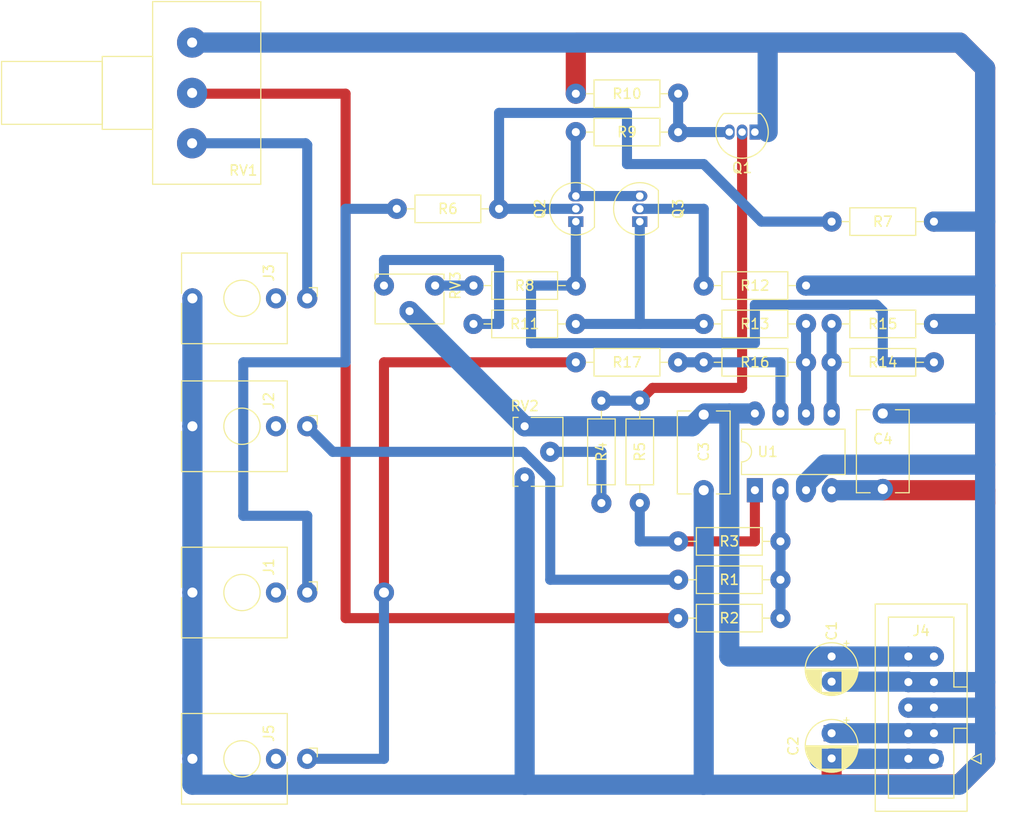
<source format=kicad_pcb>
(kicad_pcb (version 20171130) (host pcbnew "(5.1.9-0-10_14)")

  (general
    (thickness 1.6)
    (drawings 4)
    (tracks 143)
    (zones 0)
    (modules 33)
    (nets 23)
  )

  (page A4)
  (layers
    (0 F.Cu signal)
    (31 B.Cu signal)
    (32 B.Adhes user)
    (33 F.Adhes user)
    (34 B.Paste user)
    (35 F.Paste user)
    (36 B.SilkS user)
    (37 F.SilkS user)
    (38 B.Mask user)
    (39 F.Mask user)
    (40 Dwgs.User user)
    (41 Cmts.User user)
    (42 Eco1.User user)
    (43 Eco2.User user)
    (44 Edge.Cuts user)
    (45 Margin user)
    (46 B.CrtYd user)
    (47 F.CrtYd user hide)
    (48 B.Fab user)
    (49 F.Fab user hide)
  )

  (setup
    (last_trace_width 1)
    (user_trace_width 1)
    (user_trace_width 2)
    (trace_clearance 0.2)
    (zone_clearance 0.508)
    (zone_45_only no)
    (trace_min 0.2)
    (via_size 0.8)
    (via_drill 0.4)
    (via_min_size 0.4)
    (via_min_drill 0.3)
    (user_via 2 1)
    (uvia_size 0.3)
    (uvia_drill 0.1)
    (uvias_allowed no)
    (uvia_min_size 0.2)
    (uvia_min_drill 0.1)
    (edge_width 0.05)
    (segment_width 0.2)
    (pcb_text_width 0.3)
    (pcb_text_size 1.5 1.5)
    (mod_edge_width 0.12)
    (mod_text_size 1 1)
    (mod_text_width 0.15)
    (pad_size 2 2)
    (pad_drill 1)
    (pad_to_mask_clearance 0)
    (aux_axis_origin 62.23 113.03)
    (grid_origin 62.23 113.03)
    (visible_elements FFFFFF7F)
    (pcbplotparams
      (layerselection 0x010fc_ffffffff)
      (usegerberextensions false)
      (usegerberattributes true)
      (usegerberadvancedattributes true)
      (creategerberjobfile true)
      (excludeedgelayer true)
      (linewidth 0.100000)
      (plotframeref false)
      (viasonmask false)
      (mode 1)
      (useauxorigin false)
      (hpglpennumber 1)
      (hpglpenspeed 20)
      (hpglpendiameter 15.000000)
      (psnegative false)
      (psa4output false)
      (plotreference true)
      (plotvalue true)
      (plotinvisibletext false)
      (padsonsilk false)
      (subtractmaskfromsilk false)
      (outputformat 1)
      (mirror false)
      (drillshape 0)
      (scaleselection 1)
      (outputdirectory "../"))
  )

  (net 0 "")
  (net 1 Earth)
  (net 2 "Net-(Q1-Pad2)")
  (net 3 "Net-(Q1-Pad3)")
  (net 4 "Net-(Q2-Pad2)")
  (net 5 "Net-(Q2-Pad3)")
  (net 6 "Net-(Q2-Pad1)")
  (net 7 "Net-(Q3-Pad1)")
  (net 8 "Net-(Q3-Pad2)")
  (net 9 "Net-(J2-Pad1)")
  (net 10 "Net-(R1-Pad2)")
  (net 11 -12V)
  (net 12 "Net-(R3-Pad2)")
  (net 13 "Net-(R4-Pad1)")
  (net 14 "Net-(J1-Pad1)")
  (net 15 "Net-(R8-Pad1)")
  (net 16 "Net-(R11-Pad1)")
  (net 17 "Net-(R13-Pad2)")
  (net 18 "Net-(R14-Pad1)")
  (net 19 "Net-(R16-Pad1)")
  (net 20 "Net-(J5-Pad1)")
  (net 21 "Net-(J3-Pad1)")
  (net 22 +12V)

  (net_class Default "This is the default net class."
    (clearance 0.2)
    (trace_width 0.25)
    (via_dia 0.8)
    (via_drill 0.4)
    (uvia_dia 0.3)
    (uvia_drill 0.1)
    (add_net +12V)
    (add_net -12V)
    (add_net Earth)
    (add_net "Net-(J1-Pad1)")
    (add_net "Net-(J2-Pad1)")
    (add_net "Net-(J3-Pad1)")
    (add_net "Net-(J5-Pad1)")
    (add_net "Net-(Q1-Pad2)")
    (add_net "Net-(Q1-Pad3)")
    (add_net "Net-(Q2-Pad1)")
    (add_net "Net-(Q2-Pad2)")
    (add_net "Net-(Q2-Pad3)")
    (add_net "Net-(Q3-Pad1)")
    (add_net "Net-(Q3-Pad2)")
    (add_net "Net-(R1-Pad2)")
    (add_net "Net-(R11-Pad1)")
    (add_net "Net-(R13-Pad2)")
    (add_net "Net-(R14-Pad1)")
    (add_net "Net-(R16-Pad1)")
    (add_net "Net-(R3-Pad2)")
    (add_net "Net-(R4-Pad1)")
    (add_net "Net-(R8-Pad1)")
  )

  (module Capacitor_THT:CP_Radial_D5.0mm_P2.50mm (layer F.Cu) (tedit 5FECD78D) (tstamp 5FEDC07E)
    (at 129.54 95.25 270)
    (descr "CP, Radial series, Radial, pin pitch=2.50mm, , diameter=5mm, Electrolytic Capacitor")
    (tags "CP Radial series Radial pin pitch 2.50mm  diameter 5mm Electrolytic Capacitor")
    (path /5FF18ACA)
    (fp_text reference C1 (at -2.54 0 90) (layer F.SilkS)
      (effects (font (size 1 1) (thickness 0.15)))
    )
    (fp_text value 10u (at 1.25 3.75 90) (layer F.Fab)
      (effects (font (size 1 1) (thickness 0.15)))
    )
    (fp_text user %R (at 1.25 0 90) (layer F.Fab)
      (effects (font (size 1 1) (thickness 0.15)))
    )
    (fp_circle (center 1.25 0) (end 3.75 0) (layer F.Fab) (width 0.1))
    (fp_circle (center 1.25 0) (end 3.87 0) (layer F.SilkS) (width 0.12))
    (fp_circle (center 1.25 0) (end 4 0) (layer F.CrtYd) (width 0.05))
    (fp_line (start -0.883605 -1.0875) (end -0.383605 -1.0875) (layer F.Fab) (width 0.1))
    (fp_line (start -0.633605 -1.3375) (end -0.633605 -0.8375) (layer F.Fab) (width 0.1))
    (fp_line (start 1.25 -2.58) (end 1.25 2.58) (layer F.SilkS) (width 0.12))
    (fp_line (start 1.29 -2.58) (end 1.29 2.58) (layer F.SilkS) (width 0.12))
    (fp_line (start 1.33 -2.579) (end 1.33 2.579) (layer F.SilkS) (width 0.12))
    (fp_line (start 1.37 -2.578) (end 1.37 2.578) (layer F.SilkS) (width 0.12))
    (fp_line (start 1.41 -2.576) (end 1.41 2.576) (layer F.SilkS) (width 0.12))
    (fp_line (start 1.45 -2.573) (end 1.45 2.573) (layer F.SilkS) (width 0.12))
    (fp_line (start 1.49 -2.569) (end 1.49 -1.04) (layer F.SilkS) (width 0.12))
    (fp_line (start 1.49 1.04) (end 1.49 2.569) (layer F.SilkS) (width 0.12))
    (fp_line (start 1.53 -2.565) (end 1.53 -1.04) (layer F.SilkS) (width 0.12))
    (fp_line (start 1.53 1.04) (end 1.53 2.565) (layer F.SilkS) (width 0.12))
    (fp_line (start 1.57 -2.561) (end 1.57 -1.04) (layer F.SilkS) (width 0.12))
    (fp_line (start 1.57 1.04) (end 1.57 2.561) (layer F.SilkS) (width 0.12))
    (fp_line (start 1.61 -2.556) (end 1.61 -1.04) (layer F.SilkS) (width 0.12))
    (fp_line (start 1.61 1.04) (end 1.61 2.556) (layer F.SilkS) (width 0.12))
    (fp_line (start 1.65 -2.55) (end 1.65 -1.04) (layer F.SilkS) (width 0.12))
    (fp_line (start 1.65 1.04) (end 1.65 2.55) (layer F.SilkS) (width 0.12))
    (fp_line (start 1.69 -2.543) (end 1.69 -1.04) (layer F.SilkS) (width 0.12))
    (fp_line (start 1.69 1.04) (end 1.69 2.543) (layer F.SilkS) (width 0.12))
    (fp_line (start 1.73 -2.536) (end 1.73 -1.04) (layer F.SilkS) (width 0.12))
    (fp_line (start 1.73 1.04) (end 1.73 2.536) (layer F.SilkS) (width 0.12))
    (fp_line (start 1.77 -2.528) (end 1.77 -1.04) (layer F.SilkS) (width 0.12))
    (fp_line (start 1.77 1.04) (end 1.77 2.528) (layer F.SilkS) (width 0.12))
    (fp_line (start 1.81 -2.52) (end 1.81 -1.04) (layer F.SilkS) (width 0.12))
    (fp_line (start 1.81 1.04) (end 1.81 2.52) (layer F.SilkS) (width 0.12))
    (fp_line (start 1.85 -2.511) (end 1.85 -1.04) (layer F.SilkS) (width 0.12))
    (fp_line (start 1.85 1.04) (end 1.85 2.511) (layer F.SilkS) (width 0.12))
    (fp_line (start 1.89 -2.501) (end 1.89 -1.04) (layer F.SilkS) (width 0.12))
    (fp_line (start 1.89 1.04) (end 1.89 2.501) (layer F.SilkS) (width 0.12))
    (fp_line (start 1.93 -2.491) (end 1.93 -1.04) (layer F.SilkS) (width 0.12))
    (fp_line (start 1.93 1.04) (end 1.93 2.491) (layer F.SilkS) (width 0.12))
    (fp_line (start 1.971 -2.48) (end 1.971 -1.04) (layer F.SilkS) (width 0.12))
    (fp_line (start 1.971 1.04) (end 1.971 2.48) (layer F.SilkS) (width 0.12))
    (fp_line (start 2.011 -2.468) (end 2.011 -1.04) (layer F.SilkS) (width 0.12))
    (fp_line (start 2.011 1.04) (end 2.011 2.468) (layer F.SilkS) (width 0.12))
    (fp_line (start 2.051 -2.455) (end 2.051 -1.04) (layer F.SilkS) (width 0.12))
    (fp_line (start 2.051 1.04) (end 2.051 2.455) (layer F.SilkS) (width 0.12))
    (fp_line (start 2.091 -2.442) (end 2.091 -1.04) (layer F.SilkS) (width 0.12))
    (fp_line (start 2.091 1.04) (end 2.091 2.442) (layer F.SilkS) (width 0.12))
    (fp_line (start 2.131 -2.428) (end 2.131 -1.04) (layer F.SilkS) (width 0.12))
    (fp_line (start 2.131 1.04) (end 2.131 2.428) (layer F.SilkS) (width 0.12))
    (fp_line (start 2.171 -2.414) (end 2.171 -1.04) (layer F.SilkS) (width 0.12))
    (fp_line (start 2.171 1.04) (end 2.171 2.414) (layer F.SilkS) (width 0.12))
    (fp_line (start 2.211 -2.398) (end 2.211 -1.04) (layer F.SilkS) (width 0.12))
    (fp_line (start 2.211 1.04) (end 2.211 2.398) (layer F.SilkS) (width 0.12))
    (fp_line (start 2.251 -2.382) (end 2.251 -1.04) (layer F.SilkS) (width 0.12))
    (fp_line (start 2.251 1.04) (end 2.251 2.382) (layer F.SilkS) (width 0.12))
    (fp_line (start 2.291 -2.365) (end 2.291 -1.04) (layer F.SilkS) (width 0.12))
    (fp_line (start 2.291 1.04) (end 2.291 2.365) (layer F.SilkS) (width 0.12))
    (fp_line (start 2.331 -2.348) (end 2.331 -1.04) (layer F.SilkS) (width 0.12))
    (fp_line (start 2.331 1.04) (end 2.331 2.348) (layer F.SilkS) (width 0.12))
    (fp_line (start 2.371 -2.329) (end 2.371 -1.04) (layer F.SilkS) (width 0.12))
    (fp_line (start 2.371 1.04) (end 2.371 2.329) (layer F.SilkS) (width 0.12))
    (fp_line (start 2.411 -2.31) (end 2.411 -1.04) (layer F.SilkS) (width 0.12))
    (fp_line (start 2.411 1.04) (end 2.411 2.31) (layer F.SilkS) (width 0.12))
    (fp_line (start 2.451 -2.29) (end 2.451 -1.04) (layer F.SilkS) (width 0.12))
    (fp_line (start 2.451 1.04) (end 2.451 2.29) (layer F.SilkS) (width 0.12))
    (fp_line (start 2.491 -2.268) (end 2.491 -1.04) (layer F.SilkS) (width 0.12))
    (fp_line (start 2.491 1.04) (end 2.491 2.268) (layer F.SilkS) (width 0.12))
    (fp_line (start 2.531 -2.247) (end 2.531 -1.04) (layer F.SilkS) (width 0.12))
    (fp_line (start 2.531 1.04) (end 2.531 2.247) (layer F.SilkS) (width 0.12))
    (fp_line (start 2.571 -2.224) (end 2.571 -1.04) (layer F.SilkS) (width 0.12))
    (fp_line (start 2.571 1.04) (end 2.571 2.224) (layer F.SilkS) (width 0.12))
    (fp_line (start 2.611 -2.2) (end 2.611 -1.04) (layer F.SilkS) (width 0.12))
    (fp_line (start 2.611 1.04) (end 2.611 2.2) (layer F.SilkS) (width 0.12))
    (fp_line (start 2.651 -2.175) (end 2.651 -1.04) (layer F.SilkS) (width 0.12))
    (fp_line (start 2.651 1.04) (end 2.651 2.175) (layer F.SilkS) (width 0.12))
    (fp_line (start 2.691 -2.149) (end 2.691 -1.04) (layer F.SilkS) (width 0.12))
    (fp_line (start 2.691 1.04) (end 2.691 2.149) (layer F.SilkS) (width 0.12))
    (fp_line (start 2.731 -2.122) (end 2.731 -1.04) (layer F.SilkS) (width 0.12))
    (fp_line (start 2.731 1.04) (end 2.731 2.122) (layer F.SilkS) (width 0.12))
    (fp_line (start 2.771 -2.095) (end 2.771 -1.04) (layer F.SilkS) (width 0.12))
    (fp_line (start 2.771 1.04) (end 2.771 2.095) (layer F.SilkS) (width 0.12))
    (fp_line (start 2.811 -2.065) (end 2.811 -1.04) (layer F.SilkS) (width 0.12))
    (fp_line (start 2.811 1.04) (end 2.811 2.065) (layer F.SilkS) (width 0.12))
    (fp_line (start 2.851 -2.035) (end 2.851 -1.04) (layer F.SilkS) (width 0.12))
    (fp_line (start 2.851 1.04) (end 2.851 2.035) (layer F.SilkS) (width 0.12))
    (fp_line (start 2.891 -2.004) (end 2.891 -1.04) (layer F.SilkS) (width 0.12))
    (fp_line (start 2.891 1.04) (end 2.891 2.004) (layer F.SilkS) (width 0.12))
    (fp_line (start 2.931 -1.971) (end 2.931 -1.04) (layer F.SilkS) (width 0.12))
    (fp_line (start 2.931 1.04) (end 2.931 1.971) (layer F.SilkS) (width 0.12))
    (fp_line (start 2.971 -1.937) (end 2.971 -1.04) (layer F.SilkS) (width 0.12))
    (fp_line (start 2.971 1.04) (end 2.971 1.937) (layer F.SilkS) (width 0.12))
    (fp_line (start 3.011 -1.901) (end 3.011 -1.04) (layer F.SilkS) (width 0.12))
    (fp_line (start 3.011 1.04) (end 3.011 1.901) (layer F.SilkS) (width 0.12))
    (fp_line (start 3.051 -1.864) (end 3.051 -1.04) (layer F.SilkS) (width 0.12))
    (fp_line (start 3.051 1.04) (end 3.051 1.864) (layer F.SilkS) (width 0.12))
    (fp_line (start 3.091 -1.826) (end 3.091 -1.04) (layer F.SilkS) (width 0.12))
    (fp_line (start 3.091 1.04) (end 3.091 1.826) (layer F.SilkS) (width 0.12))
    (fp_line (start 3.131 -1.785) (end 3.131 -1.04) (layer F.SilkS) (width 0.12))
    (fp_line (start 3.131 1.04) (end 3.131 1.785) (layer F.SilkS) (width 0.12))
    (fp_line (start 3.171 -1.743) (end 3.171 -1.04) (layer F.SilkS) (width 0.12))
    (fp_line (start 3.171 1.04) (end 3.171 1.743) (layer F.SilkS) (width 0.12))
    (fp_line (start 3.211 -1.699) (end 3.211 -1.04) (layer F.SilkS) (width 0.12))
    (fp_line (start 3.211 1.04) (end 3.211 1.699) (layer F.SilkS) (width 0.12))
    (fp_line (start 3.251 -1.653) (end 3.251 -1.04) (layer F.SilkS) (width 0.12))
    (fp_line (start 3.251 1.04) (end 3.251 1.653) (layer F.SilkS) (width 0.12))
    (fp_line (start 3.291 -1.605) (end 3.291 -1.04) (layer F.SilkS) (width 0.12))
    (fp_line (start 3.291 1.04) (end 3.291 1.605) (layer F.SilkS) (width 0.12))
    (fp_line (start 3.331 -1.554) (end 3.331 -1.04) (layer F.SilkS) (width 0.12))
    (fp_line (start 3.331 1.04) (end 3.331 1.554) (layer F.SilkS) (width 0.12))
    (fp_line (start 3.371 -1.5) (end 3.371 -1.04) (layer F.SilkS) (width 0.12))
    (fp_line (start 3.371 1.04) (end 3.371 1.5) (layer F.SilkS) (width 0.12))
    (fp_line (start 3.411 -1.443) (end 3.411 -1.04) (layer F.SilkS) (width 0.12))
    (fp_line (start 3.411 1.04) (end 3.411 1.443) (layer F.SilkS) (width 0.12))
    (fp_line (start 3.451 -1.383) (end 3.451 -1.04) (layer F.SilkS) (width 0.12))
    (fp_line (start 3.451 1.04) (end 3.451 1.383) (layer F.SilkS) (width 0.12))
    (fp_line (start 3.491 -1.319) (end 3.491 -1.04) (layer F.SilkS) (width 0.12))
    (fp_line (start 3.491 1.04) (end 3.491 1.319) (layer F.SilkS) (width 0.12))
    (fp_line (start 3.531 -1.251) (end 3.531 -1.04) (layer F.SilkS) (width 0.12))
    (fp_line (start 3.531 1.04) (end 3.531 1.251) (layer F.SilkS) (width 0.12))
    (fp_line (start 3.571 -1.178) (end 3.571 1.178) (layer F.SilkS) (width 0.12))
    (fp_line (start 3.611 -1.098) (end 3.611 1.098) (layer F.SilkS) (width 0.12))
    (fp_line (start 3.651 -1.011) (end 3.651 1.011) (layer F.SilkS) (width 0.12))
    (fp_line (start 3.691 -0.915) (end 3.691 0.915) (layer F.SilkS) (width 0.12))
    (fp_line (start 3.731 -0.805) (end 3.731 0.805) (layer F.SilkS) (width 0.12))
    (fp_line (start 3.771 -0.677) (end 3.771 0.677) (layer F.SilkS) (width 0.12))
    (fp_line (start 3.811 -0.518) (end 3.811 0.518) (layer F.SilkS) (width 0.12))
    (fp_line (start 3.851 -0.284) (end 3.851 0.284) (layer F.SilkS) (width 0.12))
    (fp_line (start -1.554775 -1.475) (end -1.054775 -1.475) (layer F.SilkS) (width 0.12))
    (fp_line (start -1.304775 -1.725) (end -1.304775 -1.225) (layer F.SilkS) (width 0.12))
    (pad 2 thru_hole circle (at 2.5 0 270) (size 1.6 1.6) (drill 0.8) (layers *.Cu *.Mask)
      (net 1 Earth))
    (pad 1 thru_hole rect (at 0 0 270) (size 1.6 1.6) (drill 0.8) (layers *.Cu *.Mask)
      (net 22 +12V))
    (model ${KISYS3DMOD}/Capacitor_THT.3dshapes/CP_Radial_D5.0mm_P2.50mm.wrl
      (at (xyz 0 0 0))
      (scale (xyz 1 1 1))
      (rotate (xyz 0 0 0))
    )
  )

  (module Capacitor_THT:CP_Radial_D5.0mm_P2.50mm (layer F.Cu) (tedit 5FECD7DD) (tstamp 5FEDC102)
    (at 129.54 102.87 270)
    (descr "CP, Radial series, Radial, pin pitch=2.50mm, , diameter=5mm, Electrolytic Capacitor")
    (tags "CP Radial series Radial pin pitch 2.50mm  diameter 5mm Electrolytic Capacitor")
    (path /5FF1837F)
    (fp_text reference C2 (at 1.27 3.81 90) (layer F.SilkS)
      (effects (font (size 1 1) (thickness 0.15)))
    )
    (fp_text value 10u (at 1.25 3.75 90) (layer F.Fab)
      (effects (font (size 1 1) (thickness 0.15)))
    )
    (fp_line (start -1.304775 -1.725) (end -1.304775 -1.225) (layer F.SilkS) (width 0.12))
    (fp_line (start -1.554775 -1.475) (end -1.054775 -1.475) (layer F.SilkS) (width 0.12))
    (fp_line (start 3.851 -0.284) (end 3.851 0.284) (layer F.SilkS) (width 0.12))
    (fp_line (start 3.811 -0.518) (end 3.811 0.518) (layer F.SilkS) (width 0.12))
    (fp_line (start 3.771 -0.677) (end 3.771 0.677) (layer F.SilkS) (width 0.12))
    (fp_line (start 3.731 -0.805) (end 3.731 0.805) (layer F.SilkS) (width 0.12))
    (fp_line (start 3.691 -0.915) (end 3.691 0.915) (layer F.SilkS) (width 0.12))
    (fp_line (start 3.651 -1.011) (end 3.651 1.011) (layer F.SilkS) (width 0.12))
    (fp_line (start 3.611 -1.098) (end 3.611 1.098) (layer F.SilkS) (width 0.12))
    (fp_line (start 3.571 -1.178) (end 3.571 1.178) (layer F.SilkS) (width 0.12))
    (fp_line (start 3.531 1.04) (end 3.531 1.251) (layer F.SilkS) (width 0.12))
    (fp_line (start 3.531 -1.251) (end 3.531 -1.04) (layer F.SilkS) (width 0.12))
    (fp_line (start 3.491 1.04) (end 3.491 1.319) (layer F.SilkS) (width 0.12))
    (fp_line (start 3.491 -1.319) (end 3.491 -1.04) (layer F.SilkS) (width 0.12))
    (fp_line (start 3.451 1.04) (end 3.451 1.383) (layer F.SilkS) (width 0.12))
    (fp_line (start 3.451 -1.383) (end 3.451 -1.04) (layer F.SilkS) (width 0.12))
    (fp_line (start 3.411 1.04) (end 3.411 1.443) (layer F.SilkS) (width 0.12))
    (fp_line (start 3.411 -1.443) (end 3.411 -1.04) (layer F.SilkS) (width 0.12))
    (fp_line (start 3.371 1.04) (end 3.371 1.5) (layer F.SilkS) (width 0.12))
    (fp_line (start 3.371 -1.5) (end 3.371 -1.04) (layer F.SilkS) (width 0.12))
    (fp_line (start 3.331 1.04) (end 3.331 1.554) (layer F.SilkS) (width 0.12))
    (fp_line (start 3.331 -1.554) (end 3.331 -1.04) (layer F.SilkS) (width 0.12))
    (fp_line (start 3.291 1.04) (end 3.291 1.605) (layer F.SilkS) (width 0.12))
    (fp_line (start 3.291 -1.605) (end 3.291 -1.04) (layer F.SilkS) (width 0.12))
    (fp_line (start 3.251 1.04) (end 3.251 1.653) (layer F.SilkS) (width 0.12))
    (fp_line (start 3.251 -1.653) (end 3.251 -1.04) (layer F.SilkS) (width 0.12))
    (fp_line (start 3.211 1.04) (end 3.211 1.699) (layer F.SilkS) (width 0.12))
    (fp_line (start 3.211 -1.699) (end 3.211 -1.04) (layer F.SilkS) (width 0.12))
    (fp_line (start 3.171 1.04) (end 3.171 1.743) (layer F.SilkS) (width 0.12))
    (fp_line (start 3.171 -1.743) (end 3.171 -1.04) (layer F.SilkS) (width 0.12))
    (fp_line (start 3.131 1.04) (end 3.131 1.785) (layer F.SilkS) (width 0.12))
    (fp_line (start 3.131 -1.785) (end 3.131 -1.04) (layer F.SilkS) (width 0.12))
    (fp_line (start 3.091 1.04) (end 3.091 1.826) (layer F.SilkS) (width 0.12))
    (fp_line (start 3.091 -1.826) (end 3.091 -1.04) (layer F.SilkS) (width 0.12))
    (fp_line (start 3.051 1.04) (end 3.051 1.864) (layer F.SilkS) (width 0.12))
    (fp_line (start 3.051 -1.864) (end 3.051 -1.04) (layer F.SilkS) (width 0.12))
    (fp_line (start 3.011 1.04) (end 3.011 1.901) (layer F.SilkS) (width 0.12))
    (fp_line (start 3.011 -1.901) (end 3.011 -1.04) (layer F.SilkS) (width 0.12))
    (fp_line (start 2.971 1.04) (end 2.971 1.937) (layer F.SilkS) (width 0.12))
    (fp_line (start 2.971 -1.937) (end 2.971 -1.04) (layer F.SilkS) (width 0.12))
    (fp_line (start 2.931 1.04) (end 2.931 1.971) (layer F.SilkS) (width 0.12))
    (fp_line (start 2.931 -1.971) (end 2.931 -1.04) (layer F.SilkS) (width 0.12))
    (fp_line (start 2.891 1.04) (end 2.891 2.004) (layer F.SilkS) (width 0.12))
    (fp_line (start 2.891 -2.004) (end 2.891 -1.04) (layer F.SilkS) (width 0.12))
    (fp_line (start 2.851 1.04) (end 2.851 2.035) (layer F.SilkS) (width 0.12))
    (fp_line (start 2.851 -2.035) (end 2.851 -1.04) (layer F.SilkS) (width 0.12))
    (fp_line (start 2.811 1.04) (end 2.811 2.065) (layer F.SilkS) (width 0.12))
    (fp_line (start 2.811 -2.065) (end 2.811 -1.04) (layer F.SilkS) (width 0.12))
    (fp_line (start 2.771 1.04) (end 2.771 2.095) (layer F.SilkS) (width 0.12))
    (fp_line (start 2.771 -2.095) (end 2.771 -1.04) (layer F.SilkS) (width 0.12))
    (fp_line (start 2.731 1.04) (end 2.731 2.122) (layer F.SilkS) (width 0.12))
    (fp_line (start 2.731 -2.122) (end 2.731 -1.04) (layer F.SilkS) (width 0.12))
    (fp_line (start 2.691 1.04) (end 2.691 2.149) (layer F.SilkS) (width 0.12))
    (fp_line (start 2.691 -2.149) (end 2.691 -1.04) (layer F.SilkS) (width 0.12))
    (fp_line (start 2.651 1.04) (end 2.651 2.175) (layer F.SilkS) (width 0.12))
    (fp_line (start 2.651 -2.175) (end 2.651 -1.04) (layer F.SilkS) (width 0.12))
    (fp_line (start 2.611 1.04) (end 2.611 2.2) (layer F.SilkS) (width 0.12))
    (fp_line (start 2.611 -2.2) (end 2.611 -1.04) (layer F.SilkS) (width 0.12))
    (fp_line (start 2.571 1.04) (end 2.571 2.224) (layer F.SilkS) (width 0.12))
    (fp_line (start 2.571 -2.224) (end 2.571 -1.04) (layer F.SilkS) (width 0.12))
    (fp_line (start 2.531 1.04) (end 2.531 2.247) (layer F.SilkS) (width 0.12))
    (fp_line (start 2.531 -2.247) (end 2.531 -1.04) (layer F.SilkS) (width 0.12))
    (fp_line (start 2.491 1.04) (end 2.491 2.268) (layer F.SilkS) (width 0.12))
    (fp_line (start 2.491 -2.268) (end 2.491 -1.04) (layer F.SilkS) (width 0.12))
    (fp_line (start 2.451 1.04) (end 2.451 2.29) (layer F.SilkS) (width 0.12))
    (fp_line (start 2.451 -2.29) (end 2.451 -1.04) (layer F.SilkS) (width 0.12))
    (fp_line (start 2.411 1.04) (end 2.411 2.31) (layer F.SilkS) (width 0.12))
    (fp_line (start 2.411 -2.31) (end 2.411 -1.04) (layer F.SilkS) (width 0.12))
    (fp_line (start 2.371 1.04) (end 2.371 2.329) (layer F.SilkS) (width 0.12))
    (fp_line (start 2.371 -2.329) (end 2.371 -1.04) (layer F.SilkS) (width 0.12))
    (fp_line (start 2.331 1.04) (end 2.331 2.348) (layer F.SilkS) (width 0.12))
    (fp_line (start 2.331 -2.348) (end 2.331 -1.04) (layer F.SilkS) (width 0.12))
    (fp_line (start 2.291 1.04) (end 2.291 2.365) (layer F.SilkS) (width 0.12))
    (fp_line (start 2.291 -2.365) (end 2.291 -1.04) (layer F.SilkS) (width 0.12))
    (fp_line (start 2.251 1.04) (end 2.251 2.382) (layer F.SilkS) (width 0.12))
    (fp_line (start 2.251 -2.382) (end 2.251 -1.04) (layer F.SilkS) (width 0.12))
    (fp_line (start 2.211 1.04) (end 2.211 2.398) (layer F.SilkS) (width 0.12))
    (fp_line (start 2.211 -2.398) (end 2.211 -1.04) (layer F.SilkS) (width 0.12))
    (fp_line (start 2.171 1.04) (end 2.171 2.414) (layer F.SilkS) (width 0.12))
    (fp_line (start 2.171 -2.414) (end 2.171 -1.04) (layer F.SilkS) (width 0.12))
    (fp_line (start 2.131 1.04) (end 2.131 2.428) (layer F.SilkS) (width 0.12))
    (fp_line (start 2.131 -2.428) (end 2.131 -1.04) (layer F.SilkS) (width 0.12))
    (fp_line (start 2.091 1.04) (end 2.091 2.442) (layer F.SilkS) (width 0.12))
    (fp_line (start 2.091 -2.442) (end 2.091 -1.04) (layer F.SilkS) (width 0.12))
    (fp_line (start 2.051 1.04) (end 2.051 2.455) (layer F.SilkS) (width 0.12))
    (fp_line (start 2.051 -2.455) (end 2.051 -1.04) (layer F.SilkS) (width 0.12))
    (fp_line (start 2.011 1.04) (end 2.011 2.468) (layer F.SilkS) (width 0.12))
    (fp_line (start 2.011 -2.468) (end 2.011 -1.04) (layer F.SilkS) (width 0.12))
    (fp_line (start 1.971 1.04) (end 1.971 2.48) (layer F.SilkS) (width 0.12))
    (fp_line (start 1.971 -2.48) (end 1.971 -1.04) (layer F.SilkS) (width 0.12))
    (fp_line (start 1.93 1.04) (end 1.93 2.491) (layer F.SilkS) (width 0.12))
    (fp_line (start 1.93 -2.491) (end 1.93 -1.04) (layer F.SilkS) (width 0.12))
    (fp_line (start 1.89 1.04) (end 1.89 2.501) (layer F.SilkS) (width 0.12))
    (fp_line (start 1.89 -2.501) (end 1.89 -1.04) (layer F.SilkS) (width 0.12))
    (fp_line (start 1.85 1.04) (end 1.85 2.511) (layer F.SilkS) (width 0.12))
    (fp_line (start 1.85 -2.511) (end 1.85 -1.04) (layer F.SilkS) (width 0.12))
    (fp_line (start 1.81 1.04) (end 1.81 2.52) (layer F.SilkS) (width 0.12))
    (fp_line (start 1.81 -2.52) (end 1.81 -1.04) (layer F.SilkS) (width 0.12))
    (fp_line (start 1.77 1.04) (end 1.77 2.528) (layer F.SilkS) (width 0.12))
    (fp_line (start 1.77 -2.528) (end 1.77 -1.04) (layer F.SilkS) (width 0.12))
    (fp_line (start 1.73 1.04) (end 1.73 2.536) (layer F.SilkS) (width 0.12))
    (fp_line (start 1.73 -2.536) (end 1.73 -1.04) (layer F.SilkS) (width 0.12))
    (fp_line (start 1.69 1.04) (end 1.69 2.543) (layer F.SilkS) (width 0.12))
    (fp_line (start 1.69 -2.543) (end 1.69 -1.04) (layer F.SilkS) (width 0.12))
    (fp_line (start 1.65 1.04) (end 1.65 2.55) (layer F.SilkS) (width 0.12))
    (fp_line (start 1.65 -2.55) (end 1.65 -1.04) (layer F.SilkS) (width 0.12))
    (fp_line (start 1.61 1.04) (end 1.61 2.556) (layer F.SilkS) (width 0.12))
    (fp_line (start 1.61 -2.556) (end 1.61 -1.04) (layer F.SilkS) (width 0.12))
    (fp_line (start 1.57 1.04) (end 1.57 2.561) (layer F.SilkS) (width 0.12))
    (fp_line (start 1.57 -2.561) (end 1.57 -1.04) (layer F.SilkS) (width 0.12))
    (fp_line (start 1.53 1.04) (end 1.53 2.565) (layer F.SilkS) (width 0.12))
    (fp_line (start 1.53 -2.565) (end 1.53 -1.04) (layer F.SilkS) (width 0.12))
    (fp_line (start 1.49 1.04) (end 1.49 2.569) (layer F.SilkS) (width 0.12))
    (fp_line (start 1.49 -2.569) (end 1.49 -1.04) (layer F.SilkS) (width 0.12))
    (fp_line (start 1.45 -2.573) (end 1.45 2.573) (layer F.SilkS) (width 0.12))
    (fp_line (start 1.41 -2.576) (end 1.41 2.576) (layer F.SilkS) (width 0.12))
    (fp_line (start 1.37 -2.578) (end 1.37 2.578) (layer F.SilkS) (width 0.12))
    (fp_line (start 1.33 -2.579) (end 1.33 2.579) (layer F.SilkS) (width 0.12))
    (fp_line (start 1.29 -2.58) (end 1.29 2.58) (layer F.SilkS) (width 0.12))
    (fp_line (start 1.25 -2.58) (end 1.25 2.58) (layer F.SilkS) (width 0.12))
    (fp_line (start -0.633605 -1.3375) (end -0.633605 -0.8375) (layer F.Fab) (width 0.1))
    (fp_line (start -0.883605 -1.0875) (end -0.383605 -1.0875) (layer F.Fab) (width 0.1))
    (fp_circle (center 1.25 0) (end 4 0) (layer F.CrtYd) (width 0.05))
    (fp_circle (center 1.25 0) (end 3.87 0) (layer F.SilkS) (width 0.12))
    (fp_circle (center 1.25 0) (end 3.75 0) (layer F.Fab) (width 0.1))
    (fp_text user %R (at 1.25 0 90) (layer F.Fab)
      (effects (font (size 1 1) (thickness 0.15)))
    )
    (pad 1 thru_hole rect (at 0 0 270) (size 1.6 1.6) (drill 0.8) (layers *.Cu *.Mask)
      (net 1 Earth))
    (pad 2 thru_hole circle (at 2.5 0 270) (size 1.6 1.6) (drill 0.8) (layers *.Cu *.Mask)
      (net 11 -12V))
    (model ${KISYS3DMOD}/Capacitor_THT.3dshapes/CP_Radial_D5.0mm_P2.50mm.wrl
      (at (xyz 0 0 0))
      (scale (xyz 1 1 1))
      (rotate (xyz 0 0 0))
    )
  )

  (module Capacitor_THT:C_Disc_D8.0mm_W5.0mm_P7.50mm (layer F.Cu) (tedit 5FECD979) (tstamp 5FEDC117)
    (at 116.84 78.74 90)
    (descr "C, Disc series, Radial, pin pitch=7.50mm, , diameter*width=8*5.0mm^2, Capacitor, http://www.vishay.com/docs/28535/vy2series.pdf")
    (tags "C Disc series Radial pin pitch 7.50mm  diameter 8mm width 5.0mm Capacitor")
    (path /5FF168AE)
    (fp_text reference C3 (at 3.81 0 90) (layer F.SilkS)
      (effects (font (size 1 1) (thickness 0.15)))
    )
    (fp_text value 100n (at 3.75 3.75 90) (layer F.Fab)
      (effects (font (size 1 1) (thickness 0.15)))
    )
    (fp_line (start 8.75 -2.75) (end -1.25 -2.75) (layer F.CrtYd) (width 0.05))
    (fp_line (start 8.75 2.75) (end 8.75 -2.75) (layer F.CrtYd) (width 0.05))
    (fp_line (start -1.25 2.75) (end 8.75 2.75) (layer F.CrtYd) (width 0.05))
    (fp_line (start -1.25 -2.75) (end -1.25 2.75) (layer F.CrtYd) (width 0.05))
    (fp_line (start 7.87 1.256) (end 7.87 2.62) (layer F.SilkS) (width 0.12))
    (fp_line (start 7.87 -2.62) (end 7.87 -1.256) (layer F.SilkS) (width 0.12))
    (fp_line (start -0.37 1.256) (end -0.37 2.62) (layer F.SilkS) (width 0.12))
    (fp_line (start -0.37 -2.62) (end -0.37 -1.256) (layer F.SilkS) (width 0.12))
    (fp_line (start -0.37 2.62) (end 7.87 2.62) (layer F.SilkS) (width 0.12))
    (fp_line (start -0.37 -2.62) (end 7.87 -2.62) (layer F.SilkS) (width 0.12))
    (fp_line (start 7.75 -2.5) (end -0.25 -2.5) (layer F.Fab) (width 0.1))
    (fp_line (start 7.75 2.5) (end 7.75 -2.5) (layer F.Fab) (width 0.1))
    (fp_line (start -0.25 2.5) (end 7.75 2.5) (layer F.Fab) (width 0.1))
    (fp_line (start -0.25 -2.5) (end -0.25 2.5) (layer F.Fab) (width 0.1))
    (fp_text user %R (at 3.75 0 90) (layer F.Fab)
      (effects (font (size 1 1) (thickness 0.15)))
    )
    (pad 1 thru_hole circle (at 0 0 90) (size 2 2) (drill 1) (layers *.Cu *.Mask)
      (net 1 Earth))
    (pad 2 thru_hole circle (at 7.5 0 90) (size 2 2) (drill 1) (layers *.Cu *.Mask)
      (net 22 +12V))
    (model ${KISYS3DMOD}/Capacitor_THT.3dshapes/C_Disc_D8.0mm_W5.0mm_P7.50mm.wrl
      (at (xyz 0 0 0))
      (scale (xyz 1 1 1))
      (rotate (xyz 0 0 0))
    )
  )

  (module Capacitor_THT:C_Disc_D8.0mm_W5.0mm_P7.50mm (layer F.Cu) (tedit 5FECD831) (tstamp 5FEDC12C)
    (at 134.62 71.12 270)
    (descr "C, Disc series, Radial, pin pitch=7.50mm, , diameter*width=8*5.0mm^2, Capacitor, http://www.vishay.com/docs/28535/vy2series.pdf")
    (tags "C Disc series Radial pin pitch 7.50mm  diameter 8mm width 5.0mm Capacitor")
    (path /5FF17941)
    (fp_text reference C4 (at 2.54 0 180) (layer F.SilkS)
      (effects (font (size 1 1) (thickness 0.15)))
    )
    (fp_text value 100n (at 3.75 3.75 90) (layer F.Fab)
      (effects (font (size 1 1) (thickness 0.15)))
    )
    (fp_text user %R (at 3.75 0 90) (layer F.Fab)
      (effects (font (size 1 1) (thickness 0.15)))
    )
    (fp_line (start -0.25 -2.5) (end -0.25 2.5) (layer F.Fab) (width 0.1))
    (fp_line (start -0.25 2.5) (end 7.75 2.5) (layer F.Fab) (width 0.1))
    (fp_line (start 7.75 2.5) (end 7.75 -2.5) (layer F.Fab) (width 0.1))
    (fp_line (start 7.75 -2.5) (end -0.25 -2.5) (layer F.Fab) (width 0.1))
    (fp_line (start -0.37 -2.62) (end 7.87 -2.62) (layer F.SilkS) (width 0.12))
    (fp_line (start -0.37 2.62) (end 7.87 2.62) (layer F.SilkS) (width 0.12))
    (fp_line (start -0.37 -2.62) (end -0.37 -1.256) (layer F.SilkS) (width 0.12))
    (fp_line (start -0.37 1.256) (end -0.37 2.62) (layer F.SilkS) (width 0.12))
    (fp_line (start 7.87 -2.62) (end 7.87 -1.256) (layer F.SilkS) (width 0.12))
    (fp_line (start 7.87 1.256) (end 7.87 2.62) (layer F.SilkS) (width 0.12))
    (fp_line (start -1.25 -2.75) (end -1.25 2.75) (layer F.CrtYd) (width 0.05))
    (fp_line (start -1.25 2.75) (end 8.75 2.75) (layer F.CrtYd) (width 0.05))
    (fp_line (start 8.75 2.75) (end 8.75 -2.75) (layer F.CrtYd) (width 0.05))
    (fp_line (start 8.75 -2.75) (end -1.25 -2.75) (layer F.CrtYd) (width 0.05))
    (pad 2 thru_hole circle (at 7.5 0 270) (size 2 2) (drill 1) (layers *.Cu *.Mask)
      (net 11 -12V))
    (pad 1 thru_hole circle (at 0 0 270) (size 2 2) (drill 1) (layers *.Cu *.Mask)
      (net 1 Earth))
    (model ${KISYS3DMOD}/Capacitor_THT.3dshapes/C_Disc_D8.0mm_W5.0mm_P7.50mm.wrl
      (at (xyz 0 0 0))
      (scale (xyz 1 1 1))
      (rotate (xyz 0 0 0))
    )
  )

  (module Connector_Audio:Jack_3.5mm_QingPu_WQP-PJ398SM_Vertical_CircularHoles (layer F.Cu) (tedit 5FECD251) (tstamp 5FEDC14E)
    (at 77.47 88.9 270)
    (descr "TRS 3.5mm, vertical, Thonkiconn, PCB mount, (http://www.qingpu-electronics.com/en/products/WQP-PJ398SM-362.html)")
    (tags "WQP-PJ398SM WQP-PJ301M-12 TRS 3.5mm mono vertical jack thonkiconn qingpu")
    (path /5FF1FFD0)
    (fp_text reference J1 (at -2.54 3.81 270) (layer F.SilkS)
      (effects (font (size 1 1) (thickness 0.15)))
    )
    (fp_text value "Audio Input" (at 0 5 270) (layer F.Fab)
      (effects (font (size 1 1) (thickness 0.15)))
    )
    (fp_text user %R (at 0 8 270) (layer F.Fab)
      (effects (font (size 1 1) (thickness 0.15)))
    )
    (fp_text user KEEPOUT (at 0 6.48 90) (layer Cmts.User)
      (effects (font (size 0.4 0.4) (thickness 0.051)))
    )
    (fp_line (start -5 12.98) (end -5 -1.42) (layer F.CrtYd) (width 0.05))
    (fp_line (start -4.5 12.48) (end -4.5 2.08) (layer F.Fab) (width 0.1))
    (fp_line (start -4.5 1.98) (end -4.5 12.48) (layer F.SilkS) (width 0.12))
    (fp_line (start 4.5 1.98) (end 4.5 12.48) (layer F.SilkS) (width 0.12))
    (fp_circle (center 0 6.48) (end 1.5 6.48) (layer Dwgs.User) (width 0.12))
    (fp_line (start 0.09 7.96) (end 1.48 6.57) (layer Dwgs.User) (width 0.12))
    (fp_line (start -0.58 7.83) (end 1.36 5.89) (layer Dwgs.User) (width 0.12))
    (fp_line (start -1.07 7.49) (end 1.01 5.41) (layer Dwgs.User) (width 0.12))
    (fp_line (start -1.42 6.875) (end 0.4 5.06) (layer Dwgs.User) (width 0.12))
    (fp_line (start -1.41 6.02) (end -0.46 5.07) (layer Dwgs.User) (width 0.12))
    (fp_line (start 4.5 12.48) (end 0.5 12.48) (layer F.SilkS) (width 0.12))
    (fp_line (start -0.5 12.48) (end -4.5 12.48) (layer F.SilkS) (width 0.12))
    (fp_line (start 4.5 1.98) (end 0.35 1.98) (layer F.SilkS) (width 0.12))
    (fp_line (start -0.35 1.98) (end -4.5 1.98) (layer F.SilkS) (width 0.12))
    (fp_circle (center 0 6.48) (end 1.8 6.48) (layer F.SilkS) (width 0.12))
    (fp_line (start -1.06 -1) (end -1.06 -0.2) (layer F.SilkS) (width 0.12))
    (fp_line (start -1.06 -1) (end -0.2 -1) (layer F.SilkS) (width 0.12))
    (fp_line (start 4.5 12.48) (end 4.5 2.08) (layer F.Fab) (width 0.1))
    (fp_line (start 4.5 12.48) (end -4.5 12.48) (layer F.Fab) (width 0.1))
    (fp_line (start 5 12.98) (end 5 -1.42) (layer F.CrtYd) (width 0.05))
    (fp_line (start 5 12.98) (end -5 12.98) (layer F.CrtYd) (width 0.05))
    (fp_line (start 5 -1.42) (end -5 -1.42) (layer F.CrtYd) (width 0.05))
    (fp_line (start 4.5 2.03) (end -4.5 2.03) (layer F.Fab) (width 0.1))
    (fp_circle (center 0 6.48) (end 1.8 6.48) (layer F.Fab) (width 0.1))
    (fp_line (start 0 0) (end 0 2.03) (layer F.Fab) (width 0.1))
    (pad T thru_hole circle (at 0 11.4 270) (size 2 2) (drill 1) (layers *.Cu *.Mask)
      (net 1 Earth))
    (pad S thru_hole circle (at 0 0 270) (size 2 2) (drill 1) (layers *.Cu *.Mask)
      (net 14 "Net-(J1-Pad1)"))
    (pad TN thru_hole circle (at 0 3.1 270) (size 2 2) (drill 1) (layers *.Cu *.Mask))
    (model ${KISYS3DMOD}/Connector_Audio.3dshapes/Jack_3.5mm_QingPu_WQP-PJ398SM_Vertical.wrl
      (at (xyz 0 0 0))
      (scale (xyz 1 1 1))
      (rotate (xyz 0 0 0))
    )
  )

  (module Connector_Audio:Jack_3.5mm_QingPu_WQP-PJ398SM_Vertical_CircularHoles (layer F.Cu) (tedit 5FECD24A) (tstamp 5FEDC170)
    (at 77.47 72.39 270)
    (descr "TRS 3.5mm, vertical, Thonkiconn, PCB mount, (http://www.qingpu-electronics.com/en/products/WQP-PJ398SM-362.html)")
    (tags "WQP-PJ398SM WQP-PJ301M-12 TRS 3.5mm mono vertical jack thonkiconn qingpu")
    (path /5FF1DA3B)
    (fp_text reference J2 (at -2.54 3.81 270) (layer F.SilkS)
      (effects (font (size 1 1) (thickness 0.15)))
    )
    (fp_text value CV1 (at 0 5 270) (layer F.Fab)
      (effects (font (size 1 1) (thickness 0.15)))
    )
    (fp_line (start 0 0) (end 0 2.03) (layer F.Fab) (width 0.1))
    (fp_circle (center 0 6.48) (end 1.8 6.48) (layer F.Fab) (width 0.1))
    (fp_line (start 4.5 2.03) (end -4.5 2.03) (layer F.Fab) (width 0.1))
    (fp_line (start 5 -1.42) (end -5 -1.42) (layer F.CrtYd) (width 0.05))
    (fp_line (start 5 12.98) (end -5 12.98) (layer F.CrtYd) (width 0.05))
    (fp_line (start 5 12.98) (end 5 -1.42) (layer F.CrtYd) (width 0.05))
    (fp_line (start 4.5 12.48) (end -4.5 12.48) (layer F.Fab) (width 0.1))
    (fp_line (start 4.5 12.48) (end 4.5 2.08) (layer F.Fab) (width 0.1))
    (fp_line (start -1.06 -1) (end -0.2 -1) (layer F.SilkS) (width 0.12))
    (fp_line (start -1.06 -1) (end -1.06 -0.2) (layer F.SilkS) (width 0.12))
    (fp_circle (center 0 6.48) (end 1.8 6.48) (layer F.SilkS) (width 0.12))
    (fp_line (start -0.35 1.98) (end -4.5 1.98) (layer F.SilkS) (width 0.12))
    (fp_line (start 4.5 1.98) (end 0.35 1.98) (layer F.SilkS) (width 0.12))
    (fp_line (start -0.5 12.48) (end -4.5 12.48) (layer F.SilkS) (width 0.12))
    (fp_line (start 4.5 12.48) (end 0.5 12.48) (layer F.SilkS) (width 0.12))
    (fp_line (start -1.41 6.02) (end -0.46 5.07) (layer Dwgs.User) (width 0.12))
    (fp_line (start -1.42 6.875) (end 0.4 5.06) (layer Dwgs.User) (width 0.12))
    (fp_line (start -1.07 7.49) (end 1.01 5.41) (layer Dwgs.User) (width 0.12))
    (fp_line (start -0.58 7.83) (end 1.36 5.89) (layer Dwgs.User) (width 0.12))
    (fp_line (start 0.09 7.96) (end 1.48 6.57) (layer Dwgs.User) (width 0.12))
    (fp_circle (center 0 6.48) (end 1.5 6.48) (layer Dwgs.User) (width 0.12))
    (fp_line (start 4.5 1.98) (end 4.5 12.48) (layer F.SilkS) (width 0.12))
    (fp_line (start -4.5 1.98) (end -4.5 12.48) (layer F.SilkS) (width 0.12))
    (fp_line (start -4.5 12.48) (end -4.5 2.08) (layer F.Fab) (width 0.1))
    (fp_line (start -5 12.98) (end -5 -1.42) (layer F.CrtYd) (width 0.05))
    (fp_text user KEEPOUT (at 0 6.48 90) (layer Cmts.User)
      (effects (font (size 0.4 0.4) (thickness 0.051)))
    )
    (fp_text user %R (at 0 8 270) (layer F.Fab)
      (effects (font (size 1 1) (thickness 0.15)))
    )
    (pad TN thru_hole circle (at 0 3.1 270) (size 2 2) (drill 1) (layers *.Cu *.Mask))
    (pad S thru_hole circle (at 0 0 270) (size 2 2) (drill 1) (layers *.Cu *.Mask)
      (net 9 "Net-(J2-Pad1)"))
    (pad T thru_hole circle (at 0 11.4 270) (size 2 2) (drill 1) (layers *.Cu *.Mask)
      (net 1 Earth))
    (model ${KISYS3DMOD}/Connector_Audio.3dshapes/Jack_3.5mm_QingPu_WQP-PJ398SM_Vertical.wrl
      (at (xyz 0 0 0))
      (scale (xyz 1 1 1))
      (rotate (xyz 0 0 0))
    )
  )

  (module Connector_Audio:Jack_3.5mm_QingPu_WQP-PJ398SM_Vertical_CircularHoles (layer F.Cu) (tedit 5FECE41C) (tstamp 5FEDC192)
    (at 77.47 59.69 270)
    (descr "TRS 3.5mm, vertical, Thonkiconn, PCB mount, (http://www.qingpu-electronics.com/en/products/WQP-PJ398SM-362.html)")
    (tags "WQP-PJ398SM WQP-PJ301M-12 TRS 3.5mm mono vertical jack thonkiconn qingpu")
    (path /5FF1F2BD)
    (fp_text reference J3 (at -2.54 3.81 270) (layer F.SilkS)
      (effects (font (size 1 1) (thickness 0.15)))
    )
    (fp_text value CV2 (at 0 5 270) (layer F.Fab)
      (effects (font (size 1 1) (thickness 0.15)))
    )
    (fp_text user %R (at 0 8 270) (layer F.Fab)
      (effects (font (size 1 1) (thickness 0.15)))
    )
    (fp_text user KEEPOUT (at 0 6.48 90) (layer Cmts.User)
      (effects (font (size 0.4 0.4) (thickness 0.051)))
    )
    (fp_line (start -5 12.98) (end -5 -1.42) (layer F.CrtYd) (width 0.05))
    (fp_line (start -4.5 12.48) (end -4.5 2.08) (layer F.Fab) (width 0.1))
    (fp_line (start -4.5 1.98) (end -4.5 12.48) (layer F.SilkS) (width 0.12))
    (fp_line (start 4.5 1.98) (end 4.5 12.48) (layer F.SilkS) (width 0.12))
    (fp_circle (center 0 6.48) (end 1.5 6.48) (layer Dwgs.User) (width 0.12))
    (fp_line (start 0.09 7.96) (end 1.48 6.57) (layer Dwgs.User) (width 0.12))
    (fp_line (start -0.58 7.83) (end 1.36 5.89) (layer Dwgs.User) (width 0.12))
    (fp_line (start -1.07 7.49) (end 1.01 5.41) (layer Dwgs.User) (width 0.12))
    (fp_line (start -1.42 6.875) (end 0.4 5.06) (layer Dwgs.User) (width 0.12))
    (fp_line (start -1.41 6.02) (end -0.46 5.07) (layer Dwgs.User) (width 0.12))
    (fp_line (start 4.5 12.48) (end 0.5 12.48) (layer F.SilkS) (width 0.12))
    (fp_line (start -0.5 12.48) (end -4.5 12.48) (layer F.SilkS) (width 0.12))
    (fp_line (start 4.5 1.98) (end 0.35 1.98) (layer F.SilkS) (width 0.12))
    (fp_line (start -0.35 1.98) (end -4.5 1.98) (layer F.SilkS) (width 0.12))
    (fp_circle (center 0 6.48) (end 1.8 6.48) (layer F.SilkS) (width 0.12))
    (fp_line (start -1.06 -1) (end -1.06 -0.2) (layer F.SilkS) (width 0.12))
    (fp_line (start -1.06 -1) (end -0.2 -1) (layer F.SilkS) (width 0.12))
    (fp_line (start 4.5 12.48) (end 4.5 2.08) (layer F.Fab) (width 0.1))
    (fp_line (start 4.5 12.48) (end -4.5 12.48) (layer F.Fab) (width 0.1))
    (fp_line (start 5 12.98) (end 5 -1.42) (layer F.CrtYd) (width 0.05))
    (fp_line (start 5 12.98) (end -5 12.98) (layer F.CrtYd) (width 0.05))
    (fp_line (start 5 -1.42) (end -5 -1.42) (layer F.CrtYd) (width 0.05))
    (fp_line (start 4.5 2.03) (end -4.5 2.03) (layer F.Fab) (width 0.1))
    (fp_circle (center 0 6.48) (end 1.8 6.48) (layer F.Fab) (width 0.1))
    (fp_line (start 0 0) (end 0 2.03) (layer F.Fab) (width 0.1))
    (pad T thru_hole circle (at 0 11.4 270) (size 2 2) (drill 1) (layers *.Cu *.Mask)
      (net 1 Earth))
    (pad S thru_hole circle (at 0 0 270) (size 2 2) (drill 1) (layers *.Cu *.Mask)
      (net 21 "Net-(J3-Pad1)"))
    (pad TN thru_hole circle (at 0 3.1 270) (size 2 2) (drill 1) (layers *.Cu *.Mask))
    (model ${KISYS3DMOD}/Connector_Audio.3dshapes/Jack_3.5mm_QingPu_WQP-PJ398SM_Vertical.wrl
      (at (xyz 0 0 0))
      (scale (xyz 1 1 1))
      (rotate (xyz 0 0 0))
    )
  )

  (module Connector_IDC:IDC-Header_2x05_P2.54mm_Vertical (layer F.Cu) (tedit 5FECD782) (tstamp 5FEDC1C1)
    (at 139.7 105.41 180)
    (descr "Through hole IDC box header, 2x05, 2.54mm pitch, DIN 41651 / IEC 60603-13, double rows, https://docs.google.com/spreadsheets/d/16SsEcesNF15N3Lb4niX7dcUr-NY5_MFPQhobNuNppn4/edit#gid=0")
    (tags "Through hole vertical IDC box header THT 2x05 2.54mm double row")
    (path /60066FF7)
    (fp_text reference J4 (at 1.27 12.7) (layer F.SilkS)
      (effects (font (size 1 1) (thickness 0.15)))
    )
    (fp_text value Power (at 1.27 16.26) (layer F.Fab)
      (effects (font (size 1 1) (thickness 0.15)))
    )
    (fp_line (start 6.22 -5.6) (end -3.68 -5.6) (layer F.CrtYd) (width 0.05))
    (fp_line (start 6.22 15.76) (end 6.22 -5.6) (layer F.CrtYd) (width 0.05))
    (fp_line (start -3.68 15.76) (end 6.22 15.76) (layer F.CrtYd) (width 0.05))
    (fp_line (start -3.68 -5.6) (end -3.68 15.76) (layer F.CrtYd) (width 0.05))
    (fp_line (start -4.68 0.5) (end -3.68 0) (layer F.SilkS) (width 0.12))
    (fp_line (start -4.68 -0.5) (end -4.68 0.5) (layer F.SilkS) (width 0.12))
    (fp_line (start -3.68 0) (end -4.68 -0.5) (layer F.SilkS) (width 0.12))
    (fp_line (start -1.98 7.13) (end -3.29 7.13) (layer F.SilkS) (width 0.12))
    (fp_line (start -1.98 7.13) (end -1.98 7.13) (layer F.SilkS) (width 0.12))
    (fp_line (start -1.98 14.07) (end -1.98 7.13) (layer F.SilkS) (width 0.12))
    (fp_line (start 4.52 14.07) (end -1.98 14.07) (layer F.SilkS) (width 0.12))
    (fp_line (start 4.52 -3.91) (end 4.52 14.07) (layer F.SilkS) (width 0.12))
    (fp_line (start -1.98 -3.91) (end 4.52 -3.91) (layer F.SilkS) (width 0.12))
    (fp_line (start -1.98 3.03) (end -1.98 -3.91) (layer F.SilkS) (width 0.12))
    (fp_line (start -3.29 3.03) (end -1.98 3.03) (layer F.SilkS) (width 0.12))
    (fp_line (start -3.29 15.37) (end -3.29 -5.21) (layer F.SilkS) (width 0.12))
    (fp_line (start 5.83 15.37) (end -3.29 15.37) (layer F.SilkS) (width 0.12))
    (fp_line (start 5.83 -5.21) (end 5.83 15.37) (layer F.SilkS) (width 0.12))
    (fp_line (start -3.29 -5.21) (end 5.83 -5.21) (layer F.SilkS) (width 0.12))
    (fp_line (start -1.98 7.13) (end -3.18 7.13) (layer F.Fab) (width 0.1))
    (fp_line (start -1.98 7.13) (end -1.98 7.13) (layer F.Fab) (width 0.1))
    (fp_line (start -1.98 14.07) (end -1.98 7.13) (layer F.Fab) (width 0.1))
    (fp_line (start 4.52 14.07) (end -1.98 14.07) (layer F.Fab) (width 0.1))
    (fp_line (start 4.52 -3.91) (end 4.52 14.07) (layer F.Fab) (width 0.1))
    (fp_line (start -1.98 -3.91) (end 4.52 -3.91) (layer F.Fab) (width 0.1))
    (fp_line (start -1.98 3.03) (end -1.98 -3.91) (layer F.Fab) (width 0.1))
    (fp_line (start -3.18 3.03) (end -1.98 3.03) (layer F.Fab) (width 0.1))
    (fp_line (start -3.18 15.26) (end -3.18 -4.1) (layer F.Fab) (width 0.1))
    (fp_line (start 5.72 15.26) (end -3.18 15.26) (layer F.Fab) (width 0.1))
    (fp_line (start 5.72 -5.1) (end 5.72 15.26) (layer F.Fab) (width 0.1))
    (fp_line (start -2.18 -5.1) (end 5.72 -5.1) (layer F.Fab) (width 0.1))
    (fp_line (start -3.18 -4.1) (end -2.18 -5.1) (layer F.Fab) (width 0.1))
    (fp_text user %R (at 1.27 5.08 90) (layer F.Fab)
      (effects (font (size 1 1) (thickness 0.15)))
    )
    (pad 1 thru_hole roundrect (at 0 0 180) (size 1.7 1.7) (drill 1) (layers *.Cu *.Mask) (roundrect_rratio 0.147)
      (net 11 -12V))
    (pad 3 thru_hole circle (at 0 2.54 180) (size 2 2) (drill 0.8) (layers *.Cu *.Mask)
      (net 1 Earth))
    (pad 5 thru_hole circle (at 0 5.08 180) (size 2 2) (drill 0.8) (layers *.Cu *.Mask)
      (net 1 Earth))
    (pad 7 thru_hole circle (at 0 7.62 180) (size 2 2) (drill 0.8) (layers *.Cu *.Mask)
      (net 1 Earth))
    (pad 9 thru_hole circle (at 0 10.16 180) (size 2 2) (drill 0.8) (layers *.Cu *.Mask)
      (net 22 +12V))
    (pad 2 thru_hole circle (at 2.54 0 180) (size 2 2) (drill 0.8) (layers *.Cu *.Mask)
      (net 11 -12V))
    (pad 4 thru_hole circle (at 2.54 2.54 180) (size 2 2) (drill 0.8) (layers *.Cu *.Mask)
      (net 1 Earth))
    (pad 6 thru_hole circle (at 2.54 5.08 180) (size 2 2) (drill 0.8) (layers *.Cu *.Mask)
      (net 1 Earth))
    (pad 8 thru_hole circle (at 2.54 7.62 180) (size 2 2) (drill 0.8) (layers *.Cu *.Mask)
      (net 1 Earth))
    (pad 10 thru_hole circle (at 2.54 10.16 180) (size 2 2) (drill 0.8) (layers *.Cu *.Mask)
      (net 22 +12V))
    (model ${KISYS3DMOD}/Connector_IDC.3dshapes/IDC-Header_2x05_P2.54mm_Vertical.wrl
      (at (xyz 0 0 0))
      (scale (xyz 1 1 1))
      (rotate (xyz 0 0 0))
    )
  )

  (module Connector_Audio:Jack_3.5mm_QingPu_WQP-PJ398SM_Vertical_CircularHoles (layer F.Cu) (tedit 5FECD25A) (tstamp 5FEDC1E3)
    (at 77.47 105.41 270)
    (descr "TRS 3.5mm, vertical, Thonkiconn, PCB mount, (http://www.qingpu-electronics.com/en/products/WQP-PJ398SM-362.html)")
    (tags "WQP-PJ398SM WQP-PJ301M-12 TRS 3.5mm mono vertical jack thonkiconn qingpu")
    (path /5FF1FA8B)
    (fp_text reference J5 (at -2.54 3.81 270) (layer F.SilkS)
      (effects (font (size 1 1) (thickness 0.15)))
    )
    (fp_text value "Audio Output" (at 0 5 270) (layer F.Fab)
      (effects (font (size 1 1) (thickness 0.15)))
    )
    (fp_line (start 0 0) (end 0 2.03) (layer F.Fab) (width 0.1))
    (fp_circle (center 0 6.48) (end 1.8 6.48) (layer F.Fab) (width 0.1))
    (fp_line (start 4.5 2.03) (end -4.5 2.03) (layer F.Fab) (width 0.1))
    (fp_line (start 5 -1.42) (end -5 -1.42) (layer F.CrtYd) (width 0.05))
    (fp_line (start 5 12.98) (end -5 12.98) (layer F.CrtYd) (width 0.05))
    (fp_line (start 5 12.98) (end 5 -1.42) (layer F.CrtYd) (width 0.05))
    (fp_line (start 4.5 12.48) (end -4.5 12.48) (layer F.Fab) (width 0.1))
    (fp_line (start 4.5 12.48) (end 4.5 2.08) (layer F.Fab) (width 0.1))
    (fp_line (start -1.06 -1) (end -0.2 -1) (layer F.SilkS) (width 0.12))
    (fp_line (start -1.06 -1) (end -1.06 -0.2) (layer F.SilkS) (width 0.12))
    (fp_circle (center 0 6.48) (end 1.8 6.48) (layer F.SilkS) (width 0.12))
    (fp_line (start -0.35 1.98) (end -4.5 1.98) (layer F.SilkS) (width 0.12))
    (fp_line (start 4.5 1.98) (end 0.35 1.98) (layer F.SilkS) (width 0.12))
    (fp_line (start -0.5 12.48) (end -4.5 12.48) (layer F.SilkS) (width 0.12))
    (fp_line (start 4.5 12.48) (end 0.5 12.48) (layer F.SilkS) (width 0.12))
    (fp_line (start -1.41 6.02) (end -0.46 5.07) (layer Dwgs.User) (width 0.12))
    (fp_line (start -1.42 6.875) (end 0.4 5.06) (layer Dwgs.User) (width 0.12))
    (fp_line (start -1.07 7.49) (end 1.01 5.41) (layer Dwgs.User) (width 0.12))
    (fp_line (start -0.58 7.83) (end 1.36 5.89) (layer Dwgs.User) (width 0.12))
    (fp_line (start 0.09 7.96) (end 1.48 6.57) (layer Dwgs.User) (width 0.12))
    (fp_circle (center 0 6.48) (end 1.5 6.48) (layer Dwgs.User) (width 0.12))
    (fp_line (start 4.5 1.98) (end 4.5 12.48) (layer F.SilkS) (width 0.12))
    (fp_line (start -4.5 1.98) (end -4.5 12.48) (layer F.SilkS) (width 0.12))
    (fp_line (start -4.5 12.48) (end -4.5 2.08) (layer F.Fab) (width 0.1))
    (fp_line (start -5 12.98) (end -5 -1.42) (layer F.CrtYd) (width 0.05))
    (fp_text user KEEPOUT (at 0 6.48 90) (layer Cmts.User)
      (effects (font (size 0.4 0.4) (thickness 0.051)))
    )
    (fp_text user %R (at 0 8 270) (layer F.Fab)
      (effects (font (size 1 1) (thickness 0.15)))
    )
    (pad TN thru_hole circle (at 0 3.1 270) (size 2 2) (drill 1) (layers *.Cu *.Mask))
    (pad S thru_hole circle (at 0 0 270) (size 2 2) (drill 1) (layers *.Cu *.Mask)
      (net 20 "Net-(J5-Pad1)"))
    (pad T thru_hole circle (at 0 11.4 270) (size 2 2) (drill 1) (layers *.Cu *.Mask)
      (net 1 Earth))
    (model ${KISYS3DMOD}/Connector_Audio.3dshapes/Jack_3.5mm_QingPu_WQP-PJ398SM_Vertical.wrl
      (at (xyz 0 0 0))
      (scale (xyz 1 1 1))
      (rotate (xyz 0 0 0))
    )
  )

  (module Package_TO_SOT_THT:TO-92_Inline (layer F.Cu) (tedit 5A1DD157) (tstamp 5FEDC1F5)
    (at 121.92 43.18 180)
    (descr "TO-92 leads in-line, narrow, oval pads, drill 0.75mm (see NXP sot054_po.pdf)")
    (tags "to-92 sc-43 sc-43a sot54 PA33 transistor")
    (path /5FF10B93)
    (fp_text reference Q1 (at 1.27 -3.56) (layer F.SilkS)
      (effects (font (size 1 1) (thickness 0.15)))
    )
    (fp_text value BC550 (at 1.27 2.79) (layer F.Fab)
      (effects (font (size 1 1) (thickness 0.15)))
    )
    (fp_line (start 4 2.01) (end -1.46 2.01) (layer F.CrtYd) (width 0.05))
    (fp_line (start 4 2.01) (end 4 -2.73) (layer F.CrtYd) (width 0.05))
    (fp_line (start -1.46 -2.73) (end -1.46 2.01) (layer F.CrtYd) (width 0.05))
    (fp_line (start -1.46 -2.73) (end 4 -2.73) (layer F.CrtYd) (width 0.05))
    (fp_line (start -0.5 1.75) (end 3 1.75) (layer F.Fab) (width 0.1))
    (fp_line (start -0.53 1.85) (end 3.07 1.85) (layer F.SilkS) (width 0.12))
    (fp_text user %R (at 1.27 0) (layer F.Fab)
      (effects (font (size 1 1) (thickness 0.15)))
    )
    (fp_arc (start 1.27 0) (end 1.27 -2.48) (angle 135) (layer F.Fab) (width 0.1))
    (fp_arc (start 1.27 0) (end 1.27 -2.6) (angle -135) (layer F.SilkS) (width 0.12))
    (fp_arc (start 1.27 0) (end 1.27 -2.48) (angle -135) (layer F.Fab) (width 0.1))
    (fp_arc (start 1.27 0) (end 1.27 -2.6) (angle 135) (layer F.SilkS) (width 0.12))
    (pad 2 thru_hole oval (at 1.27 0 180) (size 1.05 1.5) (drill 0.75) (layers *.Cu *.Mask)
      (net 2 "Net-(Q1-Pad2)"))
    (pad 3 thru_hole oval (at 2.54 0 180) (size 1.05 1.5) (drill 0.75) (layers *.Cu *.Mask)
      (net 3 "Net-(Q1-Pad3)"))
    (pad 1 thru_hole rect (at 0 0 180) (size 1.05 1.5) (drill 0.75) (layers *.Cu *.Mask)
      (net 1 Earth))
    (model ${KISYS3DMOD}/Package_TO_SOT_THT.3dshapes/TO-92_Inline.wrl
      (at (xyz 0 0 0))
      (scale (xyz 1 1 1))
      (rotate (xyz 0 0 0))
    )
  )

  (module Package_TO_SOT_THT:TO-92_Inline (layer F.Cu) (tedit 5A1DD157) (tstamp 5FEDC207)
    (at 104.14 52.07 90)
    (descr "TO-92 leads in-line, narrow, oval pads, drill 0.75mm (see NXP sot054_po.pdf)")
    (tags "to-92 sc-43 sc-43a sot54 PA33 transistor")
    (path /5FF0F990)
    (fp_text reference Q2 (at 1.27 -3.56 90) (layer F.SilkS)
      (effects (font (size 1 1) (thickness 0.15)))
    )
    (fp_text value BC550 (at 1.27 2.79 90) (layer F.Fab)
      (effects (font (size 1 1) (thickness 0.15)))
    )
    (fp_line (start 4 2.01) (end -1.46 2.01) (layer F.CrtYd) (width 0.05))
    (fp_line (start 4 2.01) (end 4 -2.73) (layer F.CrtYd) (width 0.05))
    (fp_line (start -1.46 -2.73) (end -1.46 2.01) (layer F.CrtYd) (width 0.05))
    (fp_line (start -1.46 -2.73) (end 4 -2.73) (layer F.CrtYd) (width 0.05))
    (fp_line (start -0.5 1.75) (end 3 1.75) (layer F.Fab) (width 0.1))
    (fp_line (start -0.53 1.85) (end 3.07 1.85) (layer F.SilkS) (width 0.12))
    (fp_text user %R (at 1.27 0 90) (layer F.Fab)
      (effects (font (size 1 1) (thickness 0.15)))
    )
    (fp_arc (start 1.27 0) (end 1.27 -2.48) (angle 135) (layer F.Fab) (width 0.1))
    (fp_arc (start 1.27 0) (end 1.27 -2.6) (angle -135) (layer F.SilkS) (width 0.12))
    (fp_arc (start 1.27 0) (end 1.27 -2.48) (angle -135) (layer F.Fab) (width 0.1))
    (fp_arc (start 1.27 0) (end 1.27 -2.6) (angle 135) (layer F.SilkS) (width 0.12))
    (pad 2 thru_hole oval (at 1.27 0 90) (size 1.05 1.5) (drill 0.75) (layers *.Cu *.Mask)
      (net 4 "Net-(Q2-Pad2)"))
    (pad 3 thru_hole oval (at 2.54 0 90) (size 1.05 1.5) (drill 0.75) (layers *.Cu *.Mask)
      (net 5 "Net-(Q2-Pad3)"))
    (pad 1 thru_hole rect (at 0 0 90) (size 1.05 1.5) (drill 0.75) (layers *.Cu *.Mask)
      (net 6 "Net-(Q2-Pad1)"))
    (model ${KISYS3DMOD}/Package_TO_SOT_THT.3dshapes/TO-92_Inline.wrl
      (at (xyz 0 0 0))
      (scale (xyz 1 1 1))
      (rotate (xyz 0 0 0))
    )
  )

  (module Package_TO_SOT_THT:TO-92_Inline (layer F.Cu) (tedit 5A1DD157) (tstamp 5FEDC219)
    (at 110.49 52.07 90)
    (descr "TO-92 leads in-line, narrow, oval pads, drill 0.75mm (see NXP sot054_po.pdf)")
    (tags "to-92 sc-43 sc-43a sot54 PA33 transistor")
    (path /5FF11216)
    (fp_text reference Q3 (at 1.27 3.81 270) (layer F.SilkS)
      (effects (font (size 1 1) (thickness 0.15)))
    )
    (fp_text value BC550 (at 1.27 2.79 90) (layer F.Fab)
      (effects (font (size 1 1) (thickness 0.15)))
    )
    (fp_arc (start 1.27 0) (end 1.27 -2.6) (angle 135) (layer F.SilkS) (width 0.12))
    (fp_arc (start 1.27 0) (end 1.27 -2.48) (angle -135) (layer F.Fab) (width 0.1))
    (fp_arc (start 1.27 0) (end 1.27 -2.6) (angle -135) (layer F.SilkS) (width 0.12))
    (fp_arc (start 1.27 0) (end 1.27 -2.48) (angle 135) (layer F.Fab) (width 0.1))
    (fp_text user %R (at 1.27 0 90) (layer F.Fab)
      (effects (font (size 1 1) (thickness 0.15)))
    )
    (fp_line (start -0.53 1.85) (end 3.07 1.85) (layer F.SilkS) (width 0.12))
    (fp_line (start -0.5 1.75) (end 3 1.75) (layer F.Fab) (width 0.1))
    (fp_line (start -1.46 -2.73) (end 4 -2.73) (layer F.CrtYd) (width 0.05))
    (fp_line (start -1.46 -2.73) (end -1.46 2.01) (layer F.CrtYd) (width 0.05))
    (fp_line (start 4 2.01) (end 4 -2.73) (layer F.CrtYd) (width 0.05))
    (fp_line (start 4 2.01) (end -1.46 2.01) (layer F.CrtYd) (width 0.05))
    (pad 1 thru_hole rect (at 0 0 90) (size 1.05 1.5) (drill 0.75) (layers *.Cu *.Mask)
      (net 7 "Net-(Q3-Pad1)"))
    (pad 3 thru_hole oval (at 2.54 0 90) (size 1.05 1.5) (drill 0.75) (layers *.Cu *.Mask)
      (net 5 "Net-(Q2-Pad3)"))
    (pad 2 thru_hole oval (at 1.27 0 90) (size 1.05 1.5) (drill 0.75) (layers *.Cu *.Mask)
      (net 8 "Net-(Q3-Pad2)"))
    (model ${KISYS3DMOD}/Package_TO_SOT_THT.3dshapes/TO-92_Inline.wrl
      (at (xyz 0 0 0))
      (scale (xyz 1 1 1))
      (rotate (xyz 0 0 0))
    )
  )

  (module Resistor_THT:R_Axial_DIN0207_L6.3mm_D2.5mm_P10.16mm_Horizontal (layer F.Cu) (tedit 5FECD18E) (tstamp 5FEDC230)
    (at 114.3 87.63)
    (descr "Resistor, Axial_DIN0207 series, Axial, Horizontal, pin pitch=10.16mm, 0.25W = 1/4W, length*diameter=6.3*2.5mm^2, http://cdn-reichelt.de/documents/datenblatt/B400/1_4W%23YAG.pdf")
    (tags "Resistor Axial_DIN0207 series Axial Horizontal pin pitch 10.16mm 0.25W = 1/4W length 6.3mm diameter 2.5mm")
    (path /5FEE271E)
    (fp_text reference R1 (at 5.08 0) (layer F.SilkS)
      (effects (font (size 1 1) (thickness 0.15)))
    )
    (fp_text value 100k (at 5.08 2.37) (layer F.Fab)
      (effects (font (size 1 1) (thickness 0.15)))
    )
    (fp_line (start 11.21 -1.5) (end -1.05 -1.5) (layer F.CrtYd) (width 0.05))
    (fp_line (start 11.21 1.5) (end 11.21 -1.5) (layer F.CrtYd) (width 0.05))
    (fp_line (start -1.05 1.5) (end 11.21 1.5) (layer F.CrtYd) (width 0.05))
    (fp_line (start -1.05 -1.5) (end -1.05 1.5) (layer F.CrtYd) (width 0.05))
    (fp_line (start 9.12 0) (end 8.35 0) (layer F.SilkS) (width 0.12))
    (fp_line (start 1.04 0) (end 1.81 0) (layer F.SilkS) (width 0.12))
    (fp_line (start 8.35 -1.37) (end 1.81 -1.37) (layer F.SilkS) (width 0.12))
    (fp_line (start 8.35 1.37) (end 8.35 -1.37) (layer F.SilkS) (width 0.12))
    (fp_line (start 1.81 1.37) (end 8.35 1.37) (layer F.SilkS) (width 0.12))
    (fp_line (start 1.81 -1.37) (end 1.81 1.37) (layer F.SilkS) (width 0.12))
    (fp_line (start 10.16 0) (end 8.23 0) (layer F.Fab) (width 0.1))
    (fp_line (start 0 0) (end 1.93 0) (layer F.Fab) (width 0.1))
    (fp_line (start 8.23 -1.25) (end 1.93 -1.25) (layer F.Fab) (width 0.1))
    (fp_line (start 8.23 1.25) (end 8.23 -1.25) (layer F.Fab) (width 0.1))
    (fp_line (start 1.93 1.25) (end 8.23 1.25) (layer F.Fab) (width 0.1))
    (fp_line (start 1.93 -1.25) (end 1.93 1.25) (layer F.Fab) (width 0.1))
    (fp_text user %R (at 5.08 0) (layer F.Fab)
      (effects (font (size 1 1) (thickness 0.15)))
    )
    (pad 1 thru_hole circle (at 0 0) (size 2 2) (drill 0.8) (layers *.Cu *.Mask)
      (net 9 "Net-(J2-Pad1)"))
    (pad 2 thru_hole circle (at 10.16 0) (size 2 2) (drill 0.8) (layers *.Cu *.Mask)
      (net 10 "Net-(R1-Pad2)"))
    (model ${KISYS3DMOD}/Resistor_THT.3dshapes/R_Axial_DIN0207_L6.3mm_D2.5mm_P10.16mm_Horizontal.wrl
      (at (xyz 0 0 0))
      (scale (xyz 1 1 1))
      (rotate (xyz 0 0 0))
    )
  )

  (module Resistor_THT:R_Axial_DIN0207_L6.3mm_D2.5mm_P10.16mm_Horizontal (layer F.Cu) (tedit 5FECD892) (tstamp 5FEDC247)
    (at 114.3 91.44)
    (descr "Resistor, Axial_DIN0207 series, Axial, Horizontal, pin pitch=10.16mm, 0.25W = 1/4W, length*diameter=6.3*2.5mm^2, http://cdn-reichelt.de/documents/datenblatt/B400/1_4W%23YAG.pdf")
    (tags "Resistor Axial_DIN0207 series Axial Horizontal pin pitch 10.16mm 0.25W = 1/4W length 6.3mm diameter 2.5mm")
    (path /5FEE0892)
    (fp_text reference R2 (at 5.08 0) (layer F.SilkS)
      (effects (font (size 1 1) (thickness 0.15)))
    )
    (fp_text value 100k (at 5.08 2.37) (layer F.Fab)
      (effects (font (size 1 1) (thickness 0.15)))
    )
    (fp_text user %R (at 5.08 0) (layer F.Fab)
      (effects (font (size 1 1) (thickness 0.15)))
    )
    (fp_line (start 1.93 -1.25) (end 1.93 1.25) (layer F.Fab) (width 0.1))
    (fp_line (start 1.93 1.25) (end 8.23 1.25) (layer F.Fab) (width 0.1))
    (fp_line (start 8.23 1.25) (end 8.23 -1.25) (layer F.Fab) (width 0.1))
    (fp_line (start 8.23 -1.25) (end 1.93 -1.25) (layer F.Fab) (width 0.1))
    (fp_line (start 0 0) (end 1.93 0) (layer F.Fab) (width 0.1))
    (fp_line (start 10.16 0) (end 8.23 0) (layer F.Fab) (width 0.1))
    (fp_line (start 1.81 -1.37) (end 1.81 1.37) (layer F.SilkS) (width 0.12))
    (fp_line (start 1.81 1.37) (end 8.35 1.37) (layer F.SilkS) (width 0.12))
    (fp_line (start 8.35 1.37) (end 8.35 -1.37) (layer F.SilkS) (width 0.12))
    (fp_line (start 8.35 -1.37) (end 1.81 -1.37) (layer F.SilkS) (width 0.12))
    (fp_line (start 1.04 0) (end 1.81 0) (layer F.SilkS) (width 0.12))
    (fp_line (start 9.12 0) (end 8.35 0) (layer F.SilkS) (width 0.12))
    (fp_line (start -1.05 -1.5) (end -1.05 1.5) (layer F.CrtYd) (width 0.05))
    (fp_line (start -1.05 1.5) (end 11.21 1.5) (layer F.CrtYd) (width 0.05))
    (fp_line (start 11.21 1.5) (end 11.21 -1.5) (layer F.CrtYd) (width 0.05))
    (fp_line (start 11.21 -1.5) (end -1.05 -1.5) (layer F.CrtYd) (width 0.05))
    (pad 2 thru_hole circle (at 10.16 0) (size 2 2) (drill 0.8) (layers *.Cu *.Mask)
      (net 10 "Net-(R1-Pad2)"))
    (pad 1 thru_hole circle (at 0 0) (size 2 2) (drill 0.8) (layers *.Cu *.Mask))
    (model ${KISYS3DMOD}/Resistor_THT.3dshapes/R_Axial_DIN0207_L6.3mm_D2.5mm_P10.16mm_Horizontal.wrl
      (at (xyz 0 0 0))
      (scale (xyz 1 1 1))
      (rotate (xyz 0 0 0))
    )
  )

  (module Resistor_THT:R_Axial_DIN0207_L6.3mm_D2.5mm_P10.16mm_Horizontal (layer F.Cu) (tedit 5AE5139B) (tstamp 5FEDC25E)
    (at 124.46 83.82 180)
    (descr "Resistor, Axial_DIN0207 series, Axial, Horizontal, pin pitch=10.16mm, 0.25W = 1/4W, length*diameter=6.3*2.5mm^2, http://cdn-reichelt.de/documents/datenblatt/B400/1_4W%23YAG.pdf")
    (tags "Resistor Axial_DIN0207 series Axial Horizontal pin pitch 10.16mm 0.25W = 1/4W length 6.3mm diameter 2.5mm")
    (path /5FEE423D)
    (fp_text reference R3 (at 5.08 0) (layer F.SilkS)
      (effects (font (size 1 1) (thickness 0.15)))
    )
    (fp_text value 100k (at 5.08 2.37) (layer F.Fab)
      (effects (font (size 1 1) (thickness 0.15)))
    )
    (fp_line (start 11.21 -1.5) (end -1.05 -1.5) (layer F.CrtYd) (width 0.05))
    (fp_line (start 11.21 1.5) (end 11.21 -1.5) (layer F.CrtYd) (width 0.05))
    (fp_line (start -1.05 1.5) (end 11.21 1.5) (layer F.CrtYd) (width 0.05))
    (fp_line (start -1.05 -1.5) (end -1.05 1.5) (layer F.CrtYd) (width 0.05))
    (fp_line (start 9.12 0) (end 8.35 0) (layer F.SilkS) (width 0.12))
    (fp_line (start 1.04 0) (end 1.81 0) (layer F.SilkS) (width 0.12))
    (fp_line (start 8.35 -1.37) (end 1.81 -1.37) (layer F.SilkS) (width 0.12))
    (fp_line (start 8.35 1.37) (end 8.35 -1.37) (layer F.SilkS) (width 0.12))
    (fp_line (start 1.81 1.37) (end 8.35 1.37) (layer F.SilkS) (width 0.12))
    (fp_line (start 1.81 -1.37) (end 1.81 1.37) (layer F.SilkS) (width 0.12))
    (fp_line (start 10.16 0) (end 8.23 0) (layer F.Fab) (width 0.1))
    (fp_line (start 0 0) (end 1.93 0) (layer F.Fab) (width 0.1))
    (fp_line (start 8.23 -1.25) (end 1.93 -1.25) (layer F.Fab) (width 0.1))
    (fp_line (start 8.23 1.25) (end 8.23 -1.25) (layer F.Fab) (width 0.1))
    (fp_line (start 1.93 1.25) (end 8.23 1.25) (layer F.Fab) (width 0.1))
    (fp_line (start 1.93 -1.25) (end 1.93 1.25) (layer F.Fab) (width 0.1))
    (fp_text user %R (at 5.08 0) (layer F.Fab)
      (effects (font (size 1 1) (thickness 0.15)))
    )
    (pad 1 thru_hole circle (at 0 0 180) (size 2 2) (drill 0.8) (layers *.Cu *.Mask)
      (net 10 "Net-(R1-Pad2)"))
    (pad 2 thru_hole circle (at 10.16 0 180) (size 2 2) (drill 0.8) (layers *.Cu *.Mask)
      (net 12 "Net-(R3-Pad2)"))
    (model ${KISYS3DMOD}/Resistor_THT.3dshapes/R_Axial_DIN0207_L6.3mm_D2.5mm_P10.16mm_Horizontal.wrl
      (at (xyz 0 0 0))
      (scale (xyz 1 1 1))
      (rotate (xyz 0 0 0))
    )
  )

  (module Resistor_THT:R_Axial_DIN0207_L6.3mm_D2.5mm_P10.16mm_Horizontal (layer F.Cu) (tedit 5AE5139B) (tstamp 5FEDC275)
    (at 106.68 80.01 90)
    (descr "Resistor, Axial_DIN0207 series, Axial, Horizontal, pin pitch=10.16mm, 0.25W = 1/4W, length*diameter=6.3*2.5mm^2, http://cdn-reichelt.de/documents/datenblatt/B400/1_4W%23YAG.pdf")
    (tags "Resistor Axial_DIN0207 series Axial Horizontal pin pitch 10.16mm 0.25W = 1/4W length 6.3mm diameter 2.5mm")
    (path /5FEE7459)
    (fp_text reference R4 (at 5.08 0 90) (layer F.SilkS)
      (effects (font (size 1 1) (thickness 0.15)))
    )
    (fp_text value 10k (at 5.08 2.37 90) (layer F.Fab)
      (effects (font (size 1 1) (thickness 0.15)))
    )
    (fp_line (start 11.21 -1.5) (end -1.05 -1.5) (layer F.CrtYd) (width 0.05))
    (fp_line (start 11.21 1.5) (end 11.21 -1.5) (layer F.CrtYd) (width 0.05))
    (fp_line (start -1.05 1.5) (end 11.21 1.5) (layer F.CrtYd) (width 0.05))
    (fp_line (start -1.05 -1.5) (end -1.05 1.5) (layer F.CrtYd) (width 0.05))
    (fp_line (start 9.12 0) (end 8.35 0) (layer F.SilkS) (width 0.12))
    (fp_line (start 1.04 0) (end 1.81 0) (layer F.SilkS) (width 0.12))
    (fp_line (start 8.35 -1.37) (end 1.81 -1.37) (layer F.SilkS) (width 0.12))
    (fp_line (start 8.35 1.37) (end 8.35 -1.37) (layer F.SilkS) (width 0.12))
    (fp_line (start 1.81 1.37) (end 8.35 1.37) (layer F.SilkS) (width 0.12))
    (fp_line (start 1.81 -1.37) (end 1.81 1.37) (layer F.SilkS) (width 0.12))
    (fp_line (start 10.16 0) (end 8.23 0) (layer F.Fab) (width 0.1))
    (fp_line (start 0 0) (end 1.93 0) (layer F.Fab) (width 0.1))
    (fp_line (start 8.23 -1.25) (end 1.93 -1.25) (layer F.Fab) (width 0.1))
    (fp_line (start 8.23 1.25) (end 8.23 -1.25) (layer F.Fab) (width 0.1))
    (fp_line (start 1.93 1.25) (end 8.23 1.25) (layer F.Fab) (width 0.1))
    (fp_line (start 1.93 -1.25) (end 1.93 1.25) (layer F.Fab) (width 0.1))
    (fp_text user %R (at 5.08 0 90) (layer F.Fab)
      (effects (font (size 1 1) (thickness 0.15)))
    )
    (pad 1 thru_hole circle (at 0 0 90) (size 2 2) (drill 0.8) (layers *.Cu *.Mask)
      (net 13 "Net-(R4-Pad1)"))
    (pad 2 thru_hole circle (at 10.16 0 90) (size 2 2) (drill 0.8) (layers *.Cu *.Mask)
      (net 2 "Net-(Q1-Pad2)"))
    (model ${KISYS3DMOD}/Resistor_THT.3dshapes/R_Axial_DIN0207_L6.3mm_D2.5mm_P10.16mm_Horizontal.wrl
      (at (xyz 0 0 0))
      (scale (xyz 1 1 1))
      (rotate (xyz 0 0 0))
    )
  )

  (module Resistor_THT:R_Axial_DIN0207_L6.3mm_D2.5mm_P10.16mm_Horizontal (layer F.Cu) (tedit 5AE5139B) (tstamp 5FEDC28C)
    (at 110.49 80.01 90)
    (descr "Resistor, Axial_DIN0207 series, Axial, Horizontal, pin pitch=10.16mm, 0.25W = 1/4W, length*diameter=6.3*2.5mm^2, http://cdn-reichelt.de/documents/datenblatt/B400/1_4W%23YAG.pdf")
    (tags "Resistor Axial_DIN0207 series Axial Horizontal pin pitch 10.16mm 0.25W = 1/4W length 6.3mm diameter 2.5mm")
    (path /5FEE4237)
    (fp_text reference R5 (at 5.08 0 90) (layer F.SilkS)
      (effects (font (size 1 1) (thickness 0.15)))
    )
    (fp_text value 10k (at 5.08 2.37 90) (layer F.Fab)
      (effects (font (size 1 1) (thickness 0.15)))
    )
    (fp_text user %R (at 5.08 0 90) (layer F.Fab)
      (effects (font (size 1 1) (thickness 0.15)))
    )
    (fp_line (start 1.93 -1.25) (end 1.93 1.25) (layer F.Fab) (width 0.1))
    (fp_line (start 1.93 1.25) (end 8.23 1.25) (layer F.Fab) (width 0.1))
    (fp_line (start 8.23 1.25) (end 8.23 -1.25) (layer F.Fab) (width 0.1))
    (fp_line (start 8.23 -1.25) (end 1.93 -1.25) (layer F.Fab) (width 0.1))
    (fp_line (start 0 0) (end 1.93 0) (layer F.Fab) (width 0.1))
    (fp_line (start 10.16 0) (end 8.23 0) (layer F.Fab) (width 0.1))
    (fp_line (start 1.81 -1.37) (end 1.81 1.37) (layer F.SilkS) (width 0.12))
    (fp_line (start 1.81 1.37) (end 8.35 1.37) (layer F.SilkS) (width 0.12))
    (fp_line (start 8.35 1.37) (end 8.35 -1.37) (layer F.SilkS) (width 0.12))
    (fp_line (start 8.35 -1.37) (end 1.81 -1.37) (layer F.SilkS) (width 0.12))
    (fp_line (start 1.04 0) (end 1.81 0) (layer F.SilkS) (width 0.12))
    (fp_line (start 9.12 0) (end 8.35 0) (layer F.SilkS) (width 0.12))
    (fp_line (start -1.05 -1.5) (end -1.05 1.5) (layer F.CrtYd) (width 0.05))
    (fp_line (start -1.05 1.5) (end 11.21 1.5) (layer F.CrtYd) (width 0.05))
    (fp_line (start 11.21 1.5) (end 11.21 -1.5) (layer F.CrtYd) (width 0.05))
    (fp_line (start 11.21 -1.5) (end -1.05 -1.5) (layer F.CrtYd) (width 0.05))
    (pad 2 thru_hole circle (at 10.16 0 90) (size 2 2) (drill 0.8) (layers *.Cu *.Mask)
      (net 2 "Net-(Q1-Pad2)"))
    (pad 1 thru_hole circle (at 0 0 90) (size 2 2) (drill 0.8) (layers *.Cu *.Mask)
      (net 12 "Net-(R3-Pad2)"))
    (model ${KISYS3DMOD}/Resistor_THT.3dshapes/R_Axial_DIN0207_L6.3mm_D2.5mm_P10.16mm_Horizontal.wrl
      (at (xyz 0 0 0))
      (scale (xyz 1 1 1))
      (rotate (xyz 0 0 0))
    )
  )

  (module Resistor_THT:R_Axial_DIN0207_L6.3mm_D2.5mm_P10.16mm_Horizontal (layer F.Cu) (tedit 5FECE172) (tstamp 5FEDC2A3)
    (at 86.36 50.8)
    (descr "Resistor, Axial_DIN0207 series, Axial, Horizontal, pin pitch=10.16mm, 0.25W = 1/4W, length*diameter=6.3*2.5mm^2, http://cdn-reichelt.de/documents/datenblatt/B400/1_4W%23YAG.pdf")
    (tags "Resistor Axial_DIN0207 series Axial Horizontal pin pitch 10.16mm 0.25W = 1/4W length 6.3mm diameter 2.5mm")
    (path /5FEE34D7)
    (fp_text reference R6 (at 5.08 0) (layer F.SilkS)
      (effects (font (size 1 1) (thickness 0.15)))
    )
    (fp_text value 200k (at 5.08 2.37) (layer F.Fab)
      (effects (font (size 1 1) (thickness 0.15)))
    )
    (fp_text user %R (at 5.08 0) (layer F.Fab)
      (effects (font (size 1 1) (thickness 0.15)))
    )
    (fp_line (start 1.93 -1.25) (end 1.93 1.25) (layer F.Fab) (width 0.1))
    (fp_line (start 1.93 1.25) (end 8.23 1.25) (layer F.Fab) (width 0.1))
    (fp_line (start 8.23 1.25) (end 8.23 -1.25) (layer F.Fab) (width 0.1))
    (fp_line (start 8.23 -1.25) (end 1.93 -1.25) (layer F.Fab) (width 0.1))
    (fp_line (start 0 0) (end 1.93 0) (layer F.Fab) (width 0.1))
    (fp_line (start 10.16 0) (end 8.23 0) (layer F.Fab) (width 0.1))
    (fp_line (start 1.81 -1.37) (end 1.81 1.37) (layer F.SilkS) (width 0.12))
    (fp_line (start 1.81 1.37) (end 8.35 1.37) (layer F.SilkS) (width 0.12))
    (fp_line (start 8.35 1.37) (end 8.35 -1.37) (layer F.SilkS) (width 0.12))
    (fp_line (start 8.35 -1.37) (end 1.81 -1.37) (layer F.SilkS) (width 0.12))
    (fp_line (start 1.04 0) (end 1.81 0) (layer F.SilkS) (width 0.12))
    (fp_line (start 9.12 0) (end 8.35 0) (layer F.SilkS) (width 0.12))
    (fp_line (start -1.05 -1.5) (end -1.05 1.5) (layer F.CrtYd) (width 0.05))
    (fp_line (start -1.05 1.5) (end 11.21 1.5) (layer F.CrtYd) (width 0.05))
    (fp_line (start 11.21 1.5) (end 11.21 -1.5) (layer F.CrtYd) (width 0.05))
    (fp_line (start 11.21 -1.5) (end -1.05 -1.5) (layer F.CrtYd) (width 0.05))
    (pad 2 thru_hole circle (at 10.16 0) (size 2 2) (drill 0.8) (layers *.Cu *.Mask)
      (net 4 "Net-(Q2-Pad2)"))
    (pad 1 thru_hole circle (at 0 0) (size 2 2) (drill 0.8) (layers *.Cu *.Mask)
      (net 14 "Net-(J1-Pad1)"))
    (model ${KISYS3DMOD}/Resistor_THT.3dshapes/R_Axial_DIN0207_L6.3mm_D2.5mm_P10.16mm_Horizontal.wrl
      (at (xyz 0 0 0))
      (scale (xyz 1 1 1))
      (rotate (xyz 0 0 0))
    )
  )

  (module Resistor_THT:R_Axial_DIN0207_L6.3mm_D2.5mm_P10.16mm_Horizontal (layer F.Cu) (tedit 5AE5139B) (tstamp 5FEDC2BA)
    (at 129.54 52.07)
    (descr "Resistor, Axial_DIN0207 series, Axial, Horizontal, pin pitch=10.16mm, 0.25W = 1/4W, length*diameter=6.3*2.5mm^2, http://cdn-reichelt.de/documents/datenblatt/B400/1_4W%23YAG.pdf")
    (tags "Resistor Axial_DIN0207 series Axial Horizontal pin pitch 10.16mm 0.25W = 1/4W length 6.3mm diameter 2.5mm")
    (path /5FEE66F1)
    (fp_text reference R7 (at 5.08 0) (layer F.SilkS)
      (effects (font (size 1 1) (thickness 0.15)))
    )
    (fp_text value 1k (at 5.08 2.37) (layer F.Fab)
      (effects (font (size 1 1) (thickness 0.15)))
    )
    (fp_line (start 11.21 -1.5) (end -1.05 -1.5) (layer F.CrtYd) (width 0.05))
    (fp_line (start 11.21 1.5) (end 11.21 -1.5) (layer F.CrtYd) (width 0.05))
    (fp_line (start -1.05 1.5) (end 11.21 1.5) (layer F.CrtYd) (width 0.05))
    (fp_line (start -1.05 -1.5) (end -1.05 1.5) (layer F.CrtYd) (width 0.05))
    (fp_line (start 9.12 0) (end 8.35 0) (layer F.SilkS) (width 0.12))
    (fp_line (start 1.04 0) (end 1.81 0) (layer F.SilkS) (width 0.12))
    (fp_line (start 8.35 -1.37) (end 1.81 -1.37) (layer F.SilkS) (width 0.12))
    (fp_line (start 8.35 1.37) (end 8.35 -1.37) (layer F.SilkS) (width 0.12))
    (fp_line (start 1.81 1.37) (end 8.35 1.37) (layer F.SilkS) (width 0.12))
    (fp_line (start 1.81 -1.37) (end 1.81 1.37) (layer F.SilkS) (width 0.12))
    (fp_line (start 10.16 0) (end 8.23 0) (layer F.Fab) (width 0.1))
    (fp_line (start 0 0) (end 1.93 0) (layer F.Fab) (width 0.1))
    (fp_line (start 8.23 -1.25) (end 1.93 -1.25) (layer F.Fab) (width 0.1))
    (fp_line (start 8.23 1.25) (end 8.23 -1.25) (layer F.Fab) (width 0.1))
    (fp_line (start 1.93 1.25) (end 8.23 1.25) (layer F.Fab) (width 0.1))
    (fp_line (start 1.93 -1.25) (end 1.93 1.25) (layer F.Fab) (width 0.1))
    (fp_text user %R (at 5.08 0) (layer F.Fab)
      (effects (font (size 1 1) (thickness 0.15)))
    )
    (pad 1 thru_hole circle (at 0 0) (size 2 2) (drill 0.8) (layers *.Cu *.Mask)
      (net 4 "Net-(Q2-Pad2)"))
    (pad 2 thru_hole circle (at 10.16 0) (size 2 2) (drill 0.8) (layers *.Cu *.Mask)
      (net 1 Earth))
    (model ${KISYS3DMOD}/Resistor_THT.3dshapes/R_Axial_DIN0207_L6.3mm_D2.5mm_P10.16mm_Horizontal.wrl
      (at (xyz 0 0 0))
      (scale (xyz 1 1 1))
      (rotate (xyz 0 0 0))
    )
  )

  (module Resistor_THT:R_Axial_DIN0207_L6.3mm_D2.5mm_P10.16mm_Horizontal (layer F.Cu) (tedit 5AE5139B) (tstamp 5FEDC2D1)
    (at 93.98 58.42)
    (descr "Resistor, Axial_DIN0207 series, Axial, Horizontal, pin pitch=10.16mm, 0.25W = 1/4W, length*diameter=6.3*2.5mm^2, http://cdn-reichelt.de/documents/datenblatt/B400/1_4W%23YAG.pdf")
    (tags "Resistor Axial_DIN0207 series Axial Horizontal pin pitch 10.16mm 0.25W = 1/4W length 6.3mm diameter 2.5mm")
    (path /5FEE4249)
    (fp_text reference R8 (at 5.08 0) (layer F.SilkS)
      (effects (font (size 1 1) (thickness 0.15)))
    )
    (fp_text value 15k (at 5.08 2.37) (layer F.Fab)
      (effects (font (size 1 1) (thickness 0.15)))
    )
    (fp_line (start 11.21 -1.5) (end -1.05 -1.5) (layer F.CrtYd) (width 0.05))
    (fp_line (start 11.21 1.5) (end 11.21 -1.5) (layer F.CrtYd) (width 0.05))
    (fp_line (start -1.05 1.5) (end 11.21 1.5) (layer F.CrtYd) (width 0.05))
    (fp_line (start -1.05 -1.5) (end -1.05 1.5) (layer F.CrtYd) (width 0.05))
    (fp_line (start 9.12 0) (end 8.35 0) (layer F.SilkS) (width 0.12))
    (fp_line (start 1.04 0) (end 1.81 0) (layer F.SilkS) (width 0.12))
    (fp_line (start 8.35 -1.37) (end 1.81 -1.37) (layer F.SilkS) (width 0.12))
    (fp_line (start 8.35 1.37) (end 8.35 -1.37) (layer F.SilkS) (width 0.12))
    (fp_line (start 1.81 1.37) (end 8.35 1.37) (layer F.SilkS) (width 0.12))
    (fp_line (start 1.81 -1.37) (end 1.81 1.37) (layer F.SilkS) (width 0.12))
    (fp_line (start 10.16 0) (end 8.23 0) (layer F.Fab) (width 0.1))
    (fp_line (start 0 0) (end 1.93 0) (layer F.Fab) (width 0.1))
    (fp_line (start 8.23 -1.25) (end 1.93 -1.25) (layer F.Fab) (width 0.1))
    (fp_line (start 8.23 1.25) (end 8.23 -1.25) (layer F.Fab) (width 0.1))
    (fp_line (start 1.93 1.25) (end 8.23 1.25) (layer F.Fab) (width 0.1))
    (fp_line (start 1.93 -1.25) (end 1.93 1.25) (layer F.Fab) (width 0.1))
    (fp_text user %R (at 5.08 0) (layer F.Fab)
      (effects (font (size 1 1) (thickness 0.15)))
    )
    (pad 1 thru_hole circle (at 0 0) (size 2 2) (drill 0.8) (layers *.Cu *.Mask)
      (net 15 "Net-(R8-Pad1)"))
    (pad 2 thru_hole circle (at 10.16 0) (size 2 2) (drill 0.8) (layers *.Cu *.Mask)
      (net 6 "Net-(Q2-Pad1)"))
    (model ${KISYS3DMOD}/Resistor_THT.3dshapes/R_Axial_DIN0207_L6.3mm_D2.5mm_P10.16mm_Horizontal.wrl
      (at (xyz 0 0 0))
      (scale (xyz 1 1 1))
      (rotate (xyz 0 0 0))
    )
  )

  (module Resistor_THT:R_Axial_DIN0207_L6.3mm_D2.5mm_P10.16mm_Horizontal (layer F.Cu) (tedit 5AE5139B) (tstamp 5FEDC2E8)
    (at 104.14 43.18)
    (descr "Resistor, Axial_DIN0207 series, Axial, Horizontal, pin pitch=10.16mm, 0.25W = 1/4W, length*diameter=6.3*2.5mm^2, http://cdn-reichelt.de/documents/datenblatt/B400/1_4W%23YAG.pdf")
    (tags "Resistor Axial_DIN0207 series Axial Horizontal pin pitch 10.16mm 0.25W = 1/4W length 6.3mm diameter 2.5mm")
    (path /5FEE4243)
    (fp_text reference R9 (at 5.08 0) (layer F.SilkS)
      (effects (font (size 1 1) (thickness 0.15)))
    )
    (fp_text value 33k (at 5.08 2.37) (layer F.Fab)
      (effects (font (size 1 1) (thickness 0.15)))
    )
    (fp_text user %R (at 5.08 0) (layer F.Fab)
      (effects (font (size 1 1) (thickness 0.15)))
    )
    (fp_line (start 1.93 -1.25) (end 1.93 1.25) (layer F.Fab) (width 0.1))
    (fp_line (start 1.93 1.25) (end 8.23 1.25) (layer F.Fab) (width 0.1))
    (fp_line (start 8.23 1.25) (end 8.23 -1.25) (layer F.Fab) (width 0.1))
    (fp_line (start 8.23 -1.25) (end 1.93 -1.25) (layer F.Fab) (width 0.1))
    (fp_line (start 0 0) (end 1.93 0) (layer F.Fab) (width 0.1))
    (fp_line (start 10.16 0) (end 8.23 0) (layer F.Fab) (width 0.1))
    (fp_line (start 1.81 -1.37) (end 1.81 1.37) (layer F.SilkS) (width 0.12))
    (fp_line (start 1.81 1.37) (end 8.35 1.37) (layer F.SilkS) (width 0.12))
    (fp_line (start 8.35 1.37) (end 8.35 -1.37) (layer F.SilkS) (width 0.12))
    (fp_line (start 8.35 -1.37) (end 1.81 -1.37) (layer F.SilkS) (width 0.12))
    (fp_line (start 1.04 0) (end 1.81 0) (layer F.SilkS) (width 0.12))
    (fp_line (start 9.12 0) (end 8.35 0) (layer F.SilkS) (width 0.12))
    (fp_line (start -1.05 -1.5) (end -1.05 1.5) (layer F.CrtYd) (width 0.05))
    (fp_line (start -1.05 1.5) (end 11.21 1.5) (layer F.CrtYd) (width 0.05))
    (fp_line (start 11.21 1.5) (end 11.21 -1.5) (layer F.CrtYd) (width 0.05))
    (fp_line (start 11.21 -1.5) (end -1.05 -1.5) (layer F.CrtYd) (width 0.05))
    (pad 2 thru_hole circle (at 10.16 0) (size 2 2) (drill 0.8) (layers *.Cu *.Mask)
      (net 3 "Net-(Q1-Pad3)"))
    (pad 1 thru_hole circle (at 0 0) (size 2 2) (drill 0.8) (layers *.Cu *.Mask)
      (net 5 "Net-(Q2-Pad3)"))
    (model ${KISYS3DMOD}/Resistor_THT.3dshapes/R_Axial_DIN0207_L6.3mm_D2.5mm_P10.16mm_Horizontal.wrl
      (at (xyz 0 0 0))
      (scale (xyz 1 1 1))
      (rotate (xyz 0 0 0))
    )
  )

  (module Resistor_THT:R_Axial_DIN0207_L6.3mm_D2.5mm_P10.16mm_Horizontal (layer F.Cu) (tedit 5AE5139B) (tstamp 5FEDC2FF)
    (at 114.3 39.37 180)
    (descr "Resistor, Axial_DIN0207 series, Axial, Horizontal, pin pitch=10.16mm, 0.25W = 1/4W, length*diameter=6.3*2.5mm^2, http://cdn-reichelt.de/documents/datenblatt/B400/1_4W%23YAG.pdf")
    (tags "Resistor Axial_DIN0207 series Axial Horizontal pin pitch 10.16mm 0.25W = 1/4W length 6.3mm diameter 2.5mm")
    (path /5FEE66DF)
    (fp_text reference R10 (at 5.08 0) (layer F.SilkS)
      (effects (font (size 1 1) (thickness 0.15)))
    )
    (fp_text value 10k (at 5.08 2.37) (layer F.Fab)
      (effects (font (size 1 1) (thickness 0.15)))
    )
    (fp_text user %R (at 5.08 0) (layer F.Fab)
      (effects (font (size 1 1) (thickness 0.15)))
    )
    (fp_line (start 1.93 -1.25) (end 1.93 1.25) (layer F.Fab) (width 0.1))
    (fp_line (start 1.93 1.25) (end 8.23 1.25) (layer F.Fab) (width 0.1))
    (fp_line (start 8.23 1.25) (end 8.23 -1.25) (layer F.Fab) (width 0.1))
    (fp_line (start 8.23 -1.25) (end 1.93 -1.25) (layer F.Fab) (width 0.1))
    (fp_line (start 0 0) (end 1.93 0) (layer F.Fab) (width 0.1))
    (fp_line (start 10.16 0) (end 8.23 0) (layer F.Fab) (width 0.1))
    (fp_line (start 1.81 -1.37) (end 1.81 1.37) (layer F.SilkS) (width 0.12))
    (fp_line (start 1.81 1.37) (end 8.35 1.37) (layer F.SilkS) (width 0.12))
    (fp_line (start 8.35 1.37) (end 8.35 -1.37) (layer F.SilkS) (width 0.12))
    (fp_line (start 8.35 -1.37) (end 1.81 -1.37) (layer F.SilkS) (width 0.12))
    (fp_line (start 1.04 0) (end 1.81 0) (layer F.SilkS) (width 0.12))
    (fp_line (start 9.12 0) (end 8.35 0) (layer F.SilkS) (width 0.12))
    (fp_line (start -1.05 -1.5) (end -1.05 1.5) (layer F.CrtYd) (width 0.05))
    (fp_line (start -1.05 1.5) (end 11.21 1.5) (layer F.CrtYd) (width 0.05))
    (fp_line (start 11.21 1.5) (end 11.21 -1.5) (layer F.CrtYd) (width 0.05))
    (fp_line (start 11.21 -1.5) (end -1.05 -1.5) (layer F.CrtYd) (width 0.05))
    (pad 2 thru_hole circle (at 10.16 0 180) (size 2 2) (drill 0.8) (layers *.Cu *.Mask)
      (net 11 -12V))
    (pad 1 thru_hole circle (at 0 0 180) (size 2 2) (drill 0.8) (layers *.Cu *.Mask)
      (net 3 "Net-(Q1-Pad3)"))
    (model ${KISYS3DMOD}/Resistor_THT.3dshapes/R_Axial_DIN0207_L6.3mm_D2.5mm_P10.16mm_Horizontal.wrl
      (at (xyz 0 0 0))
      (scale (xyz 1 1 1))
      (rotate (xyz 0 0 0))
    )
  )

  (module Resistor_THT:R_Axial_DIN0207_L6.3mm_D2.5mm_P10.16mm_Horizontal (layer F.Cu) (tedit 5AE5139B) (tstamp 5FEDC316)
    (at 93.98 62.23)
    (descr "Resistor, Axial_DIN0207 series, Axial, Horizontal, pin pitch=10.16mm, 0.25W = 1/4W, length*diameter=6.3*2.5mm^2, http://cdn-reichelt.de/documents/datenblatt/B400/1_4W%23YAG.pdf")
    (tags "Resistor Axial_DIN0207 series Axial Horizontal pin pitch 10.16mm 0.25W = 1/4W length 6.3mm diameter 2.5mm")
    (path /5FEE66EB)
    (fp_text reference R11 (at 5.08 0) (layer F.SilkS)
      (effects (font (size 1 1) (thickness 0.15)))
    )
    (fp_text value 15k (at 5.08 2.37) (layer F.Fab)
      (effects (font (size 1 1) (thickness 0.15)))
    )
    (fp_text user %R (at 5.08 0) (layer F.Fab)
      (effects (font (size 1 1) (thickness 0.15)))
    )
    (fp_line (start 1.93 -1.25) (end 1.93 1.25) (layer F.Fab) (width 0.1))
    (fp_line (start 1.93 1.25) (end 8.23 1.25) (layer F.Fab) (width 0.1))
    (fp_line (start 8.23 1.25) (end 8.23 -1.25) (layer F.Fab) (width 0.1))
    (fp_line (start 8.23 -1.25) (end 1.93 -1.25) (layer F.Fab) (width 0.1))
    (fp_line (start 0 0) (end 1.93 0) (layer F.Fab) (width 0.1))
    (fp_line (start 10.16 0) (end 8.23 0) (layer F.Fab) (width 0.1))
    (fp_line (start 1.81 -1.37) (end 1.81 1.37) (layer F.SilkS) (width 0.12))
    (fp_line (start 1.81 1.37) (end 8.35 1.37) (layer F.SilkS) (width 0.12))
    (fp_line (start 8.35 1.37) (end 8.35 -1.37) (layer F.SilkS) (width 0.12))
    (fp_line (start 8.35 -1.37) (end 1.81 -1.37) (layer F.SilkS) (width 0.12))
    (fp_line (start 1.04 0) (end 1.81 0) (layer F.SilkS) (width 0.12))
    (fp_line (start 9.12 0) (end 8.35 0) (layer F.SilkS) (width 0.12))
    (fp_line (start -1.05 -1.5) (end -1.05 1.5) (layer F.CrtYd) (width 0.05))
    (fp_line (start -1.05 1.5) (end 11.21 1.5) (layer F.CrtYd) (width 0.05))
    (fp_line (start 11.21 1.5) (end 11.21 -1.5) (layer F.CrtYd) (width 0.05))
    (fp_line (start 11.21 -1.5) (end -1.05 -1.5) (layer F.CrtYd) (width 0.05))
    (pad 2 thru_hole circle (at 10.16 0) (size 2 2) (drill 0.8) (layers *.Cu *.Mask)
      (net 7 "Net-(Q3-Pad1)"))
    (pad 1 thru_hole circle (at 0 0) (size 2 2) (drill 0.8) (layers *.Cu *.Mask)
      (net 16 "Net-(R11-Pad1)"))
    (model ${KISYS3DMOD}/Resistor_THT.3dshapes/R_Axial_DIN0207_L6.3mm_D2.5mm_P10.16mm_Horizontal.wrl
      (at (xyz 0 0 0))
      (scale (xyz 1 1 1))
      (rotate (xyz 0 0 0))
    )
  )

  (module Resistor_THT:R_Axial_DIN0207_L6.3mm_D2.5mm_P10.16mm_Horizontal (layer F.Cu) (tedit 5AE5139B) (tstamp 5FEDC32D)
    (at 116.84 58.42)
    (descr "Resistor, Axial_DIN0207 series, Axial, Horizontal, pin pitch=10.16mm, 0.25W = 1/4W, length*diameter=6.3*2.5mm^2, http://cdn-reichelt.de/documents/datenblatt/B400/1_4W%23YAG.pdf")
    (tags "Resistor Axial_DIN0207 series Axial Horizontal pin pitch 10.16mm 0.25W = 1/4W length 6.3mm diameter 2.5mm")
    (path /5FEE34DD)
    (fp_text reference R12 (at 5.08 0) (layer F.SilkS)
      (effects (font (size 1 1) (thickness 0.15)))
    )
    (fp_text value 1k (at 5.08 2.37) (layer F.Fab)
      (effects (font (size 1 1) (thickness 0.15)))
    )
    (fp_line (start 11.21 -1.5) (end -1.05 -1.5) (layer F.CrtYd) (width 0.05))
    (fp_line (start 11.21 1.5) (end 11.21 -1.5) (layer F.CrtYd) (width 0.05))
    (fp_line (start -1.05 1.5) (end 11.21 1.5) (layer F.CrtYd) (width 0.05))
    (fp_line (start -1.05 -1.5) (end -1.05 1.5) (layer F.CrtYd) (width 0.05))
    (fp_line (start 9.12 0) (end 8.35 0) (layer F.SilkS) (width 0.12))
    (fp_line (start 1.04 0) (end 1.81 0) (layer F.SilkS) (width 0.12))
    (fp_line (start 8.35 -1.37) (end 1.81 -1.37) (layer F.SilkS) (width 0.12))
    (fp_line (start 8.35 1.37) (end 8.35 -1.37) (layer F.SilkS) (width 0.12))
    (fp_line (start 1.81 1.37) (end 8.35 1.37) (layer F.SilkS) (width 0.12))
    (fp_line (start 1.81 -1.37) (end 1.81 1.37) (layer F.SilkS) (width 0.12))
    (fp_line (start 10.16 0) (end 8.23 0) (layer F.Fab) (width 0.1))
    (fp_line (start 0 0) (end 1.93 0) (layer F.Fab) (width 0.1))
    (fp_line (start 8.23 -1.25) (end 1.93 -1.25) (layer F.Fab) (width 0.1))
    (fp_line (start 8.23 1.25) (end 8.23 -1.25) (layer F.Fab) (width 0.1))
    (fp_line (start 1.93 1.25) (end 8.23 1.25) (layer F.Fab) (width 0.1))
    (fp_line (start 1.93 -1.25) (end 1.93 1.25) (layer F.Fab) (width 0.1))
    (fp_text user %R (at 5.08 0) (layer F.Fab)
      (effects (font (size 1 1) (thickness 0.15)))
    )
    (pad 1 thru_hole circle (at 0 0) (size 2 2) (drill 0.8) (layers *.Cu *.Mask)
      (net 8 "Net-(Q3-Pad2)"))
    (pad 2 thru_hole circle (at 10.16 0) (size 2 2) (drill 0.8) (layers *.Cu *.Mask)
      (net 1 Earth))
    (model ${KISYS3DMOD}/Resistor_THT.3dshapes/R_Axial_DIN0207_L6.3mm_D2.5mm_P10.16mm_Horizontal.wrl
      (at (xyz 0 0 0))
      (scale (xyz 1 1 1))
      (rotate (xyz 0 0 0))
    )
  )

  (module Resistor_THT:R_Axial_DIN0207_L6.3mm_D2.5mm_P10.16mm_Horizontal (layer F.Cu) (tedit 5AE5139B) (tstamp 5FEDC344)
    (at 116.84 62.23)
    (descr "Resistor, Axial_DIN0207 series, Axial, Horizontal, pin pitch=10.16mm, 0.25W = 1/4W, length*diameter=6.3*2.5mm^2, http://cdn-reichelt.de/documents/datenblatt/B400/1_4W%23YAG.pdf")
    (tags "Resistor Axial_DIN0207 series Axial Horizontal pin pitch 10.16mm 0.25W = 1/4W length 6.3mm diameter 2.5mm")
    (path /5FEE66E5)
    (fp_text reference R13 (at 5.08 0) (layer F.SilkS)
      (effects (font (size 1 1) (thickness 0.15)))
    )
    (fp_text value 15k (at 5.08 2.37) (layer F.Fab)
      (effects (font (size 1 1) (thickness 0.15)))
    )
    (fp_line (start 11.21 -1.5) (end -1.05 -1.5) (layer F.CrtYd) (width 0.05))
    (fp_line (start 11.21 1.5) (end 11.21 -1.5) (layer F.CrtYd) (width 0.05))
    (fp_line (start -1.05 1.5) (end 11.21 1.5) (layer F.CrtYd) (width 0.05))
    (fp_line (start -1.05 -1.5) (end -1.05 1.5) (layer F.CrtYd) (width 0.05))
    (fp_line (start 9.12 0) (end 8.35 0) (layer F.SilkS) (width 0.12))
    (fp_line (start 1.04 0) (end 1.81 0) (layer F.SilkS) (width 0.12))
    (fp_line (start 8.35 -1.37) (end 1.81 -1.37) (layer F.SilkS) (width 0.12))
    (fp_line (start 8.35 1.37) (end 8.35 -1.37) (layer F.SilkS) (width 0.12))
    (fp_line (start 1.81 1.37) (end 8.35 1.37) (layer F.SilkS) (width 0.12))
    (fp_line (start 1.81 -1.37) (end 1.81 1.37) (layer F.SilkS) (width 0.12))
    (fp_line (start 10.16 0) (end 8.23 0) (layer F.Fab) (width 0.1))
    (fp_line (start 0 0) (end 1.93 0) (layer F.Fab) (width 0.1))
    (fp_line (start 8.23 -1.25) (end 1.93 -1.25) (layer F.Fab) (width 0.1))
    (fp_line (start 8.23 1.25) (end 8.23 -1.25) (layer F.Fab) (width 0.1))
    (fp_line (start 1.93 1.25) (end 8.23 1.25) (layer F.Fab) (width 0.1))
    (fp_line (start 1.93 -1.25) (end 1.93 1.25) (layer F.Fab) (width 0.1))
    (fp_text user %R (at 5.08 0) (layer F.Fab)
      (effects (font (size 1 1) (thickness 0.15)))
    )
    (pad 1 thru_hole circle (at 0 0) (size 2 2) (drill 0.8) (layers *.Cu *.Mask)
      (net 7 "Net-(Q3-Pad1)"))
    (pad 2 thru_hole circle (at 10.16 0) (size 2 2) (drill 0.8) (layers *.Cu *.Mask)
      (net 17 "Net-(R13-Pad2)"))
    (model ${KISYS3DMOD}/Resistor_THT.3dshapes/R_Axial_DIN0207_L6.3mm_D2.5mm_P10.16mm_Horizontal.wrl
      (at (xyz 0 0 0))
      (scale (xyz 1 1 1))
      (rotate (xyz 0 0 0))
    )
  )

  (module Resistor_THT:R_Axial_DIN0207_L6.3mm_D2.5mm_P10.16mm_Horizontal (layer F.Cu) (tedit 5AE5139B) (tstamp 5FEDC35B)
    (at 129.54 66.04)
    (descr "Resistor, Axial_DIN0207 series, Axial, Horizontal, pin pitch=10.16mm, 0.25W = 1/4W, length*diameter=6.3*2.5mm^2, http://cdn-reichelt.de/documents/datenblatt/B400/1_4W%23YAG.pdf")
    (tags "Resistor Axial_DIN0207 series Axial Horizontal pin pitch 10.16mm 0.25W = 1/4W length 6.3mm diameter 2.5mm")
    (path /5FEE66C7)
    (fp_text reference R14 (at 5.08 0) (layer F.SilkS)
      (effects (font (size 1 1) (thickness 0.15)))
    )
    (fp_text value 15k (at 5.08 2.37) (layer F.Fab)
      (effects (font (size 1 1) (thickness 0.15)))
    )
    (fp_text user %R (at 5.08 0) (layer F.Fab)
      (effects (font (size 1 1) (thickness 0.15)))
    )
    (fp_line (start 1.93 -1.25) (end 1.93 1.25) (layer F.Fab) (width 0.1))
    (fp_line (start 1.93 1.25) (end 8.23 1.25) (layer F.Fab) (width 0.1))
    (fp_line (start 8.23 1.25) (end 8.23 -1.25) (layer F.Fab) (width 0.1))
    (fp_line (start 8.23 -1.25) (end 1.93 -1.25) (layer F.Fab) (width 0.1))
    (fp_line (start 0 0) (end 1.93 0) (layer F.Fab) (width 0.1))
    (fp_line (start 10.16 0) (end 8.23 0) (layer F.Fab) (width 0.1))
    (fp_line (start 1.81 -1.37) (end 1.81 1.37) (layer F.SilkS) (width 0.12))
    (fp_line (start 1.81 1.37) (end 8.35 1.37) (layer F.SilkS) (width 0.12))
    (fp_line (start 8.35 1.37) (end 8.35 -1.37) (layer F.SilkS) (width 0.12))
    (fp_line (start 8.35 -1.37) (end 1.81 -1.37) (layer F.SilkS) (width 0.12))
    (fp_line (start 1.04 0) (end 1.81 0) (layer F.SilkS) (width 0.12))
    (fp_line (start 9.12 0) (end 8.35 0) (layer F.SilkS) (width 0.12))
    (fp_line (start -1.05 -1.5) (end -1.05 1.5) (layer F.CrtYd) (width 0.05))
    (fp_line (start -1.05 1.5) (end 11.21 1.5) (layer F.CrtYd) (width 0.05))
    (fp_line (start 11.21 1.5) (end 11.21 -1.5) (layer F.CrtYd) (width 0.05))
    (fp_line (start 11.21 -1.5) (end -1.05 -1.5) (layer F.CrtYd) (width 0.05))
    (pad 2 thru_hole circle (at 10.16 0) (size 2 2) (drill 0.8) (layers *.Cu *.Mask)
      (net 6 "Net-(Q2-Pad1)"))
    (pad 1 thru_hole circle (at 0 0) (size 2 2) (drill 0.8) (layers *.Cu *.Mask)
      (net 18 "Net-(R14-Pad1)"))
    (model ${KISYS3DMOD}/Resistor_THT.3dshapes/R_Axial_DIN0207_L6.3mm_D2.5mm_P10.16mm_Horizontal.wrl
      (at (xyz 0 0 0))
      (scale (xyz 1 1 1))
      (rotate (xyz 0 0 0))
    )
  )

  (module Resistor_THT:R_Axial_DIN0207_L6.3mm_D2.5mm_P10.16mm_Horizontal (layer F.Cu) (tedit 5AE5139B) (tstamp 5FEDC372)
    (at 139.7 62.23 180)
    (descr "Resistor, Axial_DIN0207 series, Axial, Horizontal, pin pitch=10.16mm, 0.25W = 1/4W, length*diameter=6.3*2.5mm^2, http://cdn-reichelt.de/documents/datenblatt/B400/1_4W%23YAG.pdf")
    (tags "Resistor Axial_DIN0207 series Axial Horizontal pin pitch 10.16mm 0.25W = 1/4W length 6.3mm diameter 2.5mm")
    (path /5FEE66CD)
    (fp_text reference R15 (at 5.08 0) (layer F.SilkS)
      (effects (font (size 1 1) (thickness 0.15)))
    )
    (fp_text value 150k (at 5.08 2.37) (layer F.Fab)
      (effects (font (size 1 1) (thickness 0.15)))
    )
    (fp_line (start 11.21 -1.5) (end -1.05 -1.5) (layer F.CrtYd) (width 0.05))
    (fp_line (start 11.21 1.5) (end 11.21 -1.5) (layer F.CrtYd) (width 0.05))
    (fp_line (start -1.05 1.5) (end 11.21 1.5) (layer F.CrtYd) (width 0.05))
    (fp_line (start -1.05 -1.5) (end -1.05 1.5) (layer F.CrtYd) (width 0.05))
    (fp_line (start 9.12 0) (end 8.35 0) (layer F.SilkS) (width 0.12))
    (fp_line (start 1.04 0) (end 1.81 0) (layer F.SilkS) (width 0.12))
    (fp_line (start 8.35 -1.37) (end 1.81 -1.37) (layer F.SilkS) (width 0.12))
    (fp_line (start 8.35 1.37) (end 8.35 -1.37) (layer F.SilkS) (width 0.12))
    (fp_line (start 1.81 1.37) (end 8.35 1.37) (layer F.SilkS) (width 0.12))
    (fp_line (start 1.81 -1.37) (end 1.81 1.37) (layer F.SilkS) (width 0.12))
    (fp_line (start 10.16 0) (end 8.23 0) (layer F.Fab) (width 0.1))
    (fp_line (start 0 0) (end 1.93 0) (layer F.Fab) (width 0.1))
    (fp_line (start 8.23 -1.25) (end 1.93 -1.25) (layer F.Fab) (width 0.1))
    (fp_line (start 8.23 1.25) (end 8.23 -1.25) (layer F.Fab) (width 0.1))
    (fp_line (start 1.93 1.25) (end 8.23 1.25) (layer F.Fab) (width 0.1))
    (fp_line (start 1.93 -1.25) (end 1.93 1.25) (layer F.Fab) (width 0.1))
    (fp_text user %R (at 5.08 0) (layer F.Fab)
      (effects (font (size 1 1) (thickness 0.15)))
    )
    (pad 1 thru_hole circle (at 0 0 180) (size 2 2) (drill 0.8) (layers *.Cu *.Mask)
      (net 1 Earth))
    (pad 2 thru_hole circle (at 10.16 0 180) (size 2 2) (drill 0.8) (layers *.Cu *.Mask)
      (net 18 "Net-(R14-Pad1)"))
    (model ${KISYS3DMOD}/Resistor_THT.3dshapes/R_Axial_DIN0207_L6.3mm_D2.5mm_P10.16mm_Horizontal.wrl
      (at (xyz 0 0 0))
      (scale (xyz 1 1 1))
      (rotate (xyz 0 0 0))
    )
  )

  (module Resistor_THT:R_Axial_DIN0207_L6.3mm_D2.5mm_P10.16mm_Horizontal (layer F.Cu) (tedit 5AE5139B) (tstamp 5FEDC389)
    (at 116.84 66.04)
    (descr "Resistor, Axial_DIN0207 series, Axial, Horizontal, pin pitch=10.16mm, 0.25W = 1/4W, length*diameter=6.3*2.5mm^2, http://cdn-reichelt.de/documents/datenblatt/B400/1_4W%23YAG.pdf")
    (tags "Resistor Axial_DIN0207 series Axial Horizontal pin pitch 10.16mm 0.25W = 1/4W length 6.3mm diameter 2.5mm")
    (path /5FEE66D9)
    (fp_text reference R16 (at 5.08 0) (layer F.SilkS)
      (effects (font (size 1 1) (thickness 0.15)))
    )
    (fp_text value 150k (at 5.08 2.37) (layer F.Fab)
      (effects (font (size 1 1) (thickness 0.15)))
    )
    (fp_line (start 11.21 -1.5) (end -1.05 -1.5) (layer F.CrtYd) (width 0.05))
    (fp_line (start 11.21 1.5) (end 11.21 -1.5) (layer F.CrtYd) (width 0.05))
    (fp_line (start -1.05 1.5) (end 11.21 1.5) (layer F.CrtYd) (width 0.05))
    (fp_line (start -1.05 -1.5) (end -1.05 1.5) (layer F.CrtYd) (width 0.05))
    (fp_line (start 9.12 0) (end 8.35 0) (layer F.SilkS) (width 0.12))
    (fp_line (start 1.04 0) (end 1.81 0) (layer F.SilkS) (width 0.12))
    (fp_line (start 8.35 -1.37) (end 1.81 -1.37) (layer F.SilkS) (width 0.12))
    (fp_line (start 8.35 1.37) (end 8.35 -1.37) (layer F.SilkS) (width 0.12))
    (fp_line (start 1.81 1.37) (end 8.35 1.37) (layer F.SilkS) (width 0.12))
    (fp_line (start 1.81 -1.37) (end 1.81 1.37) (layer F.SilkS) (width 0.12))
    (fp_line (start 10.16 0) (end 8.23 0) (layer F.Fab) (width 0.1))
    (fp_line (start 0 0) (end 1.93 0) (layer F.Fab) (width 0.1))
    (fp_line (start 8.23 -1.25) (end 1.93 -1.25) (layer F.Fab) (width 0.1))
    (fp_line (start 8.23 1.25) (end 8.23 -1.25) (layer F.Fab) (width 0.1))
    (fp_line (start 1.93 1.25) (end 8.23 1.25) (layer F.Fab) (width 0.1))
    (fp_line (start 1.93 -1.25) (end 1.93 1.25) (layer F.Fab) (width 0.1))
    (fp_text user %R (at 5.08 0) (layer F.Fab)
      (effects (font (size 1 1) (thickness 0.15)))
    )
    (pad 1 thru_hole circle (at 0 0) (size 2 2) (drill 0.8) (layers *.Cu *.Mask)
      (net 19 "Net-(R16-Pad1)"))
    (pad 2 thru_hole circle (at 10.16 0) (size 2 2) (drill 0.8) (layers *.Cu *.Mask)
      (net 17 "Net-(R13-Pad2)"))
    (model ${KISYS3DMOD}/Resistor_THT.3dshapes/R_Axial_DIN0207_L6.3mm_D2.5mm_P10.16mm_Horizontal.wrl
      (at (xyz 0 0 0))
      (scale (xyz 1 1 1))
      (rotate (xyz 0 0 0))
    )
  )

  (module Resistor_THT:R_Axial_DIN0207_L6.3mm_D2.5mm_P10.16mm_Horizontal (layer F.Cu) (tedit 5AE5139B) (tstamp 5FEDC3A0)
    (at 104.14 66.04)
    (descr "Resistor, Axial_DIN0207 series, Axial, Horizontal, pin pitch=10.16mm, 0.25W = 1/4W, length*diameter=6.3*2.5mm^2, http://cdn-reichelt.de/documents/datenblatt/B400/1_4W%23YAG.pdf")
    (tags "Resistor Axial_DIN0207 series Axial Horizontal pin pitch 10.16mm 0.25W = 1/4W length 6.3mm diameter 2.5mm")
    (path /5FEE66D3)
    (fp_text reference R17 (at 5.08 0) (layer F.SilkS)
      (effects (font (size 1 1) (thickness 0.15)))
    )
    (fp_text value 1k (at 5.08 2.37) (layer F.Fab)
      (effects (font (size 1 1) (thickness 0.15)))
    )
    (fp_text user %R (at 5.08 0) (layer F.Fab)
      (effects (font (size 1 1) (thickness 0.15)))
    )
    (fp_line (start 1.93 -1.25) (end 1.93 1.25) (layer F.Fab) (width 0.1))
    (fp_line (start 1.93 1.25) (end 8.23 1.25) (layer F.Fab) (width 0.1))
    (fp_line (start 8.23 1.25) (end 8.23 -1.25) (layer F.Fab) (width 0.1))
    (fp_line (start 8.23 -1.25) (end 1.93 -1.25) (layer F.Fab) (width 0.1))
    (fp_line (start 0 0) (end 1.93 0) (layer F.Fab) (width 0.1))
    (fp_line (start 10.16 0) (end 8.23 0) (layer F.Fab) (width 0.1))
    (fp_line (start 1.81 -1.37) (end 1.81 1.37) (layer F.SilkS) (width 0.12))
    (fp_line (start 1.81 1.37) (end 8.35 1.37) (layer F.SilkS) (width 0.12))
    (fp_line (start 8.35 1.37) (end 8.35 -1.37) (layer F.SilkS) (width 0.12))
    (fp_line (start 8.35 -1.37) (end 1.81 -1.37) (layer F.SilkS) (width 0.12))
    (fp_line (start 1.04 0) (end 1.81 0) (layer F.SilkS) (width 0.12))
    (fp_line (start 9.12 0) (end 8.35 0) (layer F.SilkS) (width 0.12))
    (fp_line (start -1.05 -1.5) (end -1.05 1.5) (layer F.CrtYd) (width 0.05))
    (fp_line (start -1.05 1.5) (end 11.21 1.5) (layer F.CrtYd) (width 0.05))
    (fp_line (start 11.21 1.5) (end 11.21 -1.5) (layer F.CrtYd) (width 0.05))
    (fp_line (start 11.21 -1.5) (end -1.05 -1.5) (layer F.CrtYd) (width 0.05))
    (pad 2 thru_hole circle (at 10.16 0) (size 2 2) (drill 0.8) (layers *.Cu *.Mask)
      (net 19 "Net-(R16-Pad1)"))
    (pad 1 thru_hole circle (at 0 0) (size 2 2) (drill 0.8) (layers *.Cu *.Mask)
      (net 20 "Net-(J5-Pad1)"))
    (model ${KISYS3DMOD}/Resistor_THT.3dshapes/R_Axial_DIN0207_L6.3mm_D2.5mm_P10.16mm_Horizontal.wrl
      (at (xyz 0 0 0))
      (scale (xyz 1 1 1))
      (rotate (xyz 0 0 0))
    )
  )

  (module Potentiometer_THT:Potentiometer_Alps_RK163_Single_Horizontal (layer F.Cu) (tedit 5FECE3FF) (tstamp 5FEDC3C4)
    (at 66.04 34.29 180)
    (descr "Potentiometer, horizontal, Alps RK163 Single, http://www.alps.com/prod/info/E/HTML/Potentiometer/RotaryPotentiometers/RK16/RK16_list.html")
    (tags "Potentiometer horizontal Alps RK163 Single")
    (path /5FF1441D)
    (fp_text reference RV1 (at -5.08 -12.7) (layer F.SilkS)
      (effects (font (size 1 1) (thickness 0.15)))
    )
    (fp_text value B100k (at 0 5.2) (layer F.Fab)
      (effects (font (size 1 1) (thickness 0.15)))
    )
    (fp_line (start 19.05 -14.2) (end -6.95 -14.2) (layer F.CrtYd) (width 0.05))
    (fp_line (start 19.05 4.2) (end 19.05 -14.2) (layer F.CrtYd) (width 0.05))
    (fp_line (start -6.95 4.2) (end 19.05 4.2) (layer F.CrtYd) (width 0.05))
    (fp_line (start -6.95 -14.2) (end -6.95 4.2) (layer F.CrtYd) (width 0.05))
    (fp_line (start 18.92 -8.12) (end 18.92 -1.879) (layer F.SilkS) (width 0.12))
    (fp_line (start 8.92 -8.12) (end 8.92 -1.879) (layer F.SilkS) (width 0.12))
    (fp_line (start 8.92 -1.879) (end 18.92 -1.879) (layer F.SilkS) (width 0.12))
    (fp_line (start 8.92 -8.12) (end 18.92 -8.12) (layer F.SilkS) (width 0.12))
    (fp_line (start 8.92 -8.62) (end 8.92 -1.38) (layer F.SilkS) (width 0.12))
    (fp_line (start 3.92 -8.62) (end 3.92 -1.38) (layer F.SilkS) (width 0.12))
    (fp_line (start 3.92 -1.38) (end 8.92 -1.38) (layer F.SilkS) (width 0.12))
    (fp_line (start 3.92 -8.62) (end 8.92 -8.62) (layer F.SilkS) (width 0.12))
    (fp_line (start 3.92 -14.07) (end 3.92 4.07) (layer F.SilkS) (width 0.12))
    (fp_line (start -6.82 -14.07) (end -6.82 4.07) (layer F.SilkS) (width 0.12))
    (fp_line (start -6.82 4.07) (end 3.92 4.07) (layer F.SilkS) (width 0.12))
    (fp_line (start -6.82 -14.07) (end 3.92 -14.07) (layer F.SilkS) (width 0.12))
    (fp_line (start 18.8 -8) (end 8.8 -8) (layer F.Fab) (width 0.1))
    (fp_line (start 18.8 -2) (end 18.8 -8) (layer F.Fab) (width 0.1))
    (fp_line (start 8.8 -2) (end 18.8 -2) (layer F.Fab) (width 0.1))
    (fp_line (start 8.8 -8) (end 8.8 -2) (layer F.Fab) (width 0.1))
    (fp_line (start 8.8 -8.5) (end 3.8 -8.5) (layer F.Fab) (width 0.1))
    (fp_line (start 8.8 -1.5) (end 8.8 -8.5) (layer F.Fab) (width 0.1))
    (fp_line (start 3.8 -1.5) (end 8.8 -1.5) (layer F.Fab) (width 0.1))
    (fp_line (start 3.8 -8.5) (end 3.8 -1.5) (layer F.Fab) (width 0.1))
    (fp_line (start 3.8 -13.95) (end -6.7 -13.95) (layer F.Fab) (width 0.1))
    (fp_line (start 3.8 3.95) (end 3.8 -13.95) (layer F.Fab) (width 0.1))
    (fp_line (start -6.7 3.95) (end 3.8 3.95) (layer F.Fab) (width 0.1))
    (fp_line (start -6.7 -13.95) (end -6.7 3.95) (layer F.Fab) (width 0.1))
    (fp_text user %R (at -1.45 -5) (layer F.Fab)
      (effects (font (size 1 1) (thickness 0.15)))
    )
    (pad 3 thru_hole circle (at 0 -10 180) (size 3 3) (drill 1) (layers *.Cu *.Mask)
      (net 21 "Net-(J3-Pad1)"))
    (pad 2 thru_hole circle (at 0 -5 180) (size 3 3) (drill 1) (layers *.Cu *.Mask))
    (pad 1 thru_hole circle (at 0 0 180) (size 3 3) (drill 1) (layers *.Cu *.Mask)
      (net 1 Earth))
    (model ${KISYS3DMOD}/Potentiometer_THT.3dshapes/Potentiometer_Alps_RK163_Single_Horizontal.wrl
      (at (xyz 0 0 0))
      (scale (xyz 1 1 1))
      (rotate (xyz 0 0 0))
    )
  )

  (module Potentiometer_THT:Potentiometer_Vishay_T73XX_Horizontal (layer F.Cu) (tedit 5A3D4993) (tstamp 5FEDC3DA)
    (at 99.06 72.39)
    (descr "Potentiometer, horizontal, Vishay T73XX, http://www.vishay.com/docs/51016/t73.pdf")
    (tags "Potentiometer horizontal Vishay T73XX")
    (path /6046AEDA)
    (fp_text reference RV2 (at 0 -2.01) (layer F.SilkS)
      (effects (font (size 1 1) (thickness 0.15)))
    )
    (fp_text value R_POT_TRIM (at 0 7.09) (layer F.Fab)
      (effects (font (size 1 1) (thickness 0.15)))
    )
    (fp_text user %R (at 1.33 2.54) (layer F.Fab)
      (effects (font (size 1 1) (thickness 0.15)))
    )
    (fp_line (start 3.68 -0.76) (end 3.68 5.84) (layer F.Fab) (width 0.1))
    (fp_line (start 3.68 5.84) (end -1.02 5.84) (layer F.Fab) (width 0.1))
    (fp_line (start -1.02 5.84) (end -1.02 -0.76) (layer F.Fab) (width 0.1))
    (fp_line (start -1.02 -0.76) (end 3.68 -0.76) (layer F.Fab) (width 0.1))
    (fp_line (start -1.14 -0.88) (end -0.65 -0.88) (layer F.SilkS) (width 0.12))
    (fp_line (start 0.65 -0.88) (end 3.8 -0.88) (layer F.SilkS) (width 0.12))
    (fp_line (start -1.14 5.96) (end -0.65 5.96) (layer F.SilkS) (width 0.12))
    (fp_line (start 0.65 5.96) (end 3.8 5.96) (layer F.SilkS) (width 0.12))
    (fp_line (start 3.8 -0.88) (end 3.8 5.96) (layer F.SilkS) (width 0.12))
    (fp_line (start -1.14 -0.88) (end -1.14 5.96) (layer F.SilkS) (width 0.12))
    (fp_line (start -1.3 -1.05) (end -1.3 6.1) (layer F.CrtYd) (width 0.05))
    (fp_line (start -1.3 6.1) (end 3.95 6.1) (layer F.CrtYd) (width 0.05))
    (fp_line (start 3.95 6.1) (end 3.95 -1.05) (layer F.CrtYd) (width 0.05))
    (fp_line (start 3.95 -1.05) (end -1.3 -1.05) (layer F.CrtYd) (width 0.05))
    (pad 1 thru_hole circle (at 0 0) (size 2 2) (drill 0.8) (layers *.Cu *.Mask)
      (net 22 +12V))
    (pad 2 thru_hole circle (at 2.54 2.54) (size 2 2) (drill 0.8) (layers *.Cu *.Mask)
      (net 13 "Net-(R4-Pad1)"))
    (pad 3 thru_hole circle (at 0 5.08) (size 2 2) (drill 0.8) (layers *.Cu *.Mask)
      (net 1 Earth))
    (model ${KISYS3DMOD}/Potentiometer_THT.3dshapes/Potentiometer_Vishay_T73XX_Horizontal.wrl
      (at (xyz 0 0 0))
      (scale (xyz 1 1 1))
      (rotate (xyz 0 0 0))
    )
  )

  (module Potentiometer_THT:Potentiometer_Vishay_T73XX_Horizontal (layer F.Cu) (tedit 5A3D4993) (tstamp 5FEDC3F0)
    (at 90.17 58.42 270)
    (descr "Potentiometer, horizontal, Vishay T73XX, http://www.vishay.com/docs/51016/t73.pdf")
    (tags "Potentiometer horizontal Vishay T73XX")
    (path /6046BC37)
    (fp_text reference RV3 (at 0 -2.01 90) (layer F.SilkS)
      (effects (font (size 1 1) (thickness 0.15)))
    )
    (fp_text value R_POT_TRIM (at 0 7.09 90) (layer F.Fab)
      (effects (font (size 1 1) (thickness 0.15)))
    )
    (fp_line (start 3.95 -1.05) (end -1.3 -1.05) (layer F.CrtYd) (width 0.05))
    (fp_line (start 3.95 6.1) (end 3.95 -1.05) (layer F.CrtYd) (width 0.05))
    (fp_line (start -1.3 6.1) (end 3.95 6.1) (layer F.CrtYd) (width 0.05))
    (fp_line (start -1.3 -1.05) (end -1.3 6.1) (layer F.CrtYd) (width 0.05))
    (fp_line (start -1.14 -0.88) (end -1.14 5.96) (layer F.SilkS) (width 0.12))
    (fp_line (start 3.8 -0.88) (end 3.8 5.96) (layer F.SilkS) (width 0.12))
    (fp_line (start 0.65 5.96) (end 3.8 5.96) (layer F.SilkS) (width 0.12))
    (fp_line (start -1.14 5.96) (end -0.65 5.96) (layer F.SilkS) (width 0.12))
    (fp_line (start 0.65 -0.88) (end 3.8 -0.88) (layer F.SilkS) (width 0.12))
    (fp_line (start -1.14 -0.88) (end -0.65 -0.88) (layer F.SilkS) (width 0.12))
    (fp_line (start -1.02 -0.76) (end 3.68 -0.76) (layer F.Fab) (width 0.1))
    (fp_line (start -1.02 5.84) (end -1.02 -0.76) (layer F.Fab) (width 0.1))
    (fp_line (start 3.68 5.84) (end -1.02 5.84) (layer F.Fab) (width 0.1))
    (fp_line (start 3.68 -0.76) (end 3.68 5.84) (layer F.Fab) (width 0.1))
    (fp_text user %R (at 1.33 2.54 90) (layer F.Fab)
      (effects (font (size 1 1) (thickness 0.15)))
    )
    (pad 3 thru_hole circle (at 0 5.08 270) (size 2 2) (drill 0.8) (layers *.Cu *.Mask)
      (net 16 "Net-(R11-Pad1)"))
    (pad 2 thru_hole circle (at 2.54 2.54 270) (size 2 2) (drill 0.8) (layers *.Cu *.Mask)
      (net 22 +12V))
    (pad 1 thru_hole circle (at 0 0 270) (size 2 2) (drill 0.8) (layers *.Cu *.Mask)
      (net 15 "Net-(R8-Pad1)"))
    (model ${KISYS3DMOD}/Potentiometer_THT.3dshapes/Potentiometer_Vishay_T73XX_Horizontal.wrl
      (at (xyz 0 0 0))
      (scale (xyz 1 1 1))
      (rotate (xyz 0 0 0))
    )
  )

  (module Package_DIP:DIP-8_W7.62mm_LongPads (layer F.Cu) (tedit 5FECD972) (tstamp 5FEDC40C)
    (at 121.92 78.74 90)
    (descr "8-lead though-hole mounted DIP package, row spacing 7.62 mm (300 mils), LongPads")
    (tags "THT DIP DIL PDIP 2.54mm 7.62mm 300mil LongPads")
    (path /5FECE4CD)
    (fp_text reference U1 (at 3.81 1.27 180) (layer F.SilkS)
      (effects (font (size 1 1) (thickness 0.15)))
    )
    (fp_text value TL072 (at 3.81 9.95 90) (layer F.Fab)
      (effects (font (size 1 1) (thickness 0.15)))
    )
    (fp_line (start 9.1 -1.55) (end -1.45 -1.55) (layer F.CrtYd) (width 0.05))
    (fp_line (start 9.1 9.15) (end 9.1 -1.55) (layer F.CrtYd) (width 0.05))
    (fp_line (start -1.45 9.15) (end 9.1 9.15) (layer F.CrtYd) (width 0.05))
    (fp_line (start -1.45 -1.55) (end -1.45 9.15) (layer F.CrtYd) (width 0.05))
    (fp_line (start 6.06 -1.33) (end 4.81 -1.33) (layer F.SilkS) (width 0.12))
    (fp_line (start 6.06 8.95) (end 6.06 -1.33) (layer F.SilkS) (width 0.12))
    (fp_line (start 1.56 8.95) (end 6.06 8.95) (layer F.SilkS) (width 0.12))
    (fp_line (start 1.56 -1.33) (end 1.56 8.95) (layer F.SilkS) (width 0.12))
    (fp_line (start 2.81 -1.33) (end 1.56 -1.33) (layer F.SilkS) (width 0.12))
    (fp_line (start 0.635 -0.27) (end 1.635 -1.27) (layer F.Fab) (width 0.1))
    (fp_line (start 0.635 8.89) (end 0.635 -0.27) (layer F.Fab) (width 0.1))
    (fp_line (start 6.985 8.89) (end 0.635 8.89) (layer F.Fab) (width 0.1))
    (fp_line (start 6.985 -1.27) (end 6.985 8.89) (layer F.Fab) (width 0.1))
    (fp_line (start 1.635 -1.27) (end 6.985 -1.27) (layer F.Fab) (width 0.1))
    (fp_arc (start 3.81 -1.33) (end 2.81 -1.33) (angle -180) (layer F.SilkS) (width 0.12))
    (fp_text user %R (at 3.81 3.81 90) (layer F.Fab)
      (effects (font (size 1 1) (thickness 0.15)))
    )
    (pad 1 thru_hole rect (at 0 0 90) (size 2.4 1.6) (drill 0.8) (layers *.Cu *.Mask)
      (net 12 "Net-(R3-Pad2)"))
    (pad 5 thru_hole oval (at 7.62 7.62 90) (size 2.4 1.6) (drill 0.8) (layers *.Cu *.Mask)
      (net 18 "Net-(R14-Pad1)"))
    (pad 2 thru_hole oval (at 0 2.54 90) (size 2.4 1.6) (drill 0.8) (layers *.Cu *.Mask)
      (net 10 "Net-(R1-Pad2)"))
    (pad 6 thru_hole oval (at 7.62 5.08 90) (size 2.4 1.6) (drill 0.8) (layers *.Cu *.Mask)
      (net 17 "Net-(R13-Pad2)"))
    (pad 3 thru_hole oval (at 0 5.08 90) (size 2.4 1.6) (drill 0.8) (layers *.Cu *.Mask)
      (net 1 Earth))
    (pad 7 thru_hole oval (at 7.62 2.54 90) (size 2.4 1.6) (drill 0.8) (layers *.Cu *.Mask)
      (net 19 "Net-(R16-Pad1)"))
    (pad 4 thru_hole oval (at 0 7.62 90) (size 2.4 1.6) (drill 0.8) (layers *.Cu *.Mask)
      (net 11 -12V))
    (pad 8 thru_hole oval (at 7.62 0 90) (size 2.4 1.6) (drill 0.8) (layers *.Cu *.Mask)
      (net 22 +12V))
    (model ${KISYS3DMOD}/Package_DIP.3dshapes/DIP-8_W7.62mm.wrl
      (at (xyz 0 0 0))
      (scale (xyz 1 1 1))
      (rotate (xyz 0 0 0))
    )
  )

  (gr_line (start 62.23 30.48) (end 62.23 113.03) (layer Dwgs.User) (width 0.15) (tstamp 5FEE1ACD))
  (gr_line (start 148.59 30.48) (end 62.23 30.48) (layer Dwgs.User) (width 0.15))
  (gr_line (start 148.59 113.03) (end 148.59 30.48) (layer Dwgs.User) (width 0.15))
  (gr_line (start 62.23 113.03) (end 148.59 113.03) (layer Dwgs.User) (width 0.15))

  (segment (start 114.3 91.44) (end 81.28 91.44) (width 1) (layer F.Cu) (net 0))
  (segment (start 81.28 91.44) (end 81.28 39.37) (width 1) (layer F.Cu) (net 0))
  (segment (start 66.12 39.37) (end 66.04 39.29) (width 1) (layer F.Cu) (net 0))
  (segment (start 81.28 39.37) (end 66.12 39.37) (width 1) (layer F.Cu) (net 0))
  (segment (start 66.07 59.69) (end 66.07 72.39) (width 2) (layer B.Cu) (net 1))
  (segment (start 66.07 72.39) (end 66.07 88.9) (width 2) (layer B.Cu) (net 1))
  (segment (start 66.07 88.9) (end 66.07 105.41) (width 2) (layer B.Cu) (net 1))
  (segment (start 66.07 105.41) (end 66.07 107.98) (width 2) (layer B.Cu) (net 1))
  (segment (start 142.21 107.98) (end 144.78 105.41) (width 2) (layer B.Cu) (net 1))
  (segment (start 144.78 36.83) (end 142.24 34.29) (width 2) (layer B.Cu) (net 1))
  (segment (start 144.78 105.41) (end 144.78 102.87) (width 2) (layer B.Cu) (net 1))
  (segment (start 144.78 102.87) (end 144.78 100.33) (width 2) (layer B.Cu) (net 1))
  (segment (start 144.78 100.33) (end 144.78 97.79) (width 2) (layer B.Cu) (net 1))
  (segment (start 144.78 52.07) (end 144.78 36.83) (width 2) (layer B.Cu) (net 1))
  (segment (start 139.7 52.07) (end 144.78 52.07) (width 2) (layer B.Cu) (net 1))
  (segment (start 139.7 62.23) (end 144.78 62.23) (width 2) (layer B.Cu) (net 1))
  (segment (start 134.62 71.12) (end 144.78 71.12) (width 2) (layer B.Cu) (net 1))
  (segment (start 144.78 71.12) (end 144.78 62.23) (width 2) (layer B.Cu) (net 1))
  (segment (start 127 58.42) (end 144.78 58.42) (width 2) (layer B.Cu) (net 1))
  (segment (start 144.78 58.42) (end 144.78 52.07) (width 2) (layer B.Cu) (net 1))
  (segment (start 144.78 62.23) (end 144.78 58.42) (width 2) (layer B.Cu) (net 1))
  (segment (start 127 78.051559) (end 128.851559 76.2) (width 2) (layer B.Cu) (net 1))
  (segment (start 127 78.74) (end 127 78.051559) (width 2) (layer B.Cu) (net 1))
  (segment (start 128.851559 76.2) (end 144.78 76.2) (width 2) (layer B.Cu) (net 1))
  (segment (start 144.78 76.2) (end 144.78 71.12) (width 2) (layer B.Cu) (net 1))
  (segment (start 144.78 97.79) (end 144.78 76.2) (width 2) (layer B.Cu) (net 1))
  (segment (start 116.84 78.74) (end 116.84 107.95) (width 2) (layer B.Cu) (net 1))
  (segment (start 116.81 107.98) (end 142.21 107.98) (width 2) (layer B.Cu) (net 1))
  (segment (start 116.84 107.95) (end 116.81 107.98) (width 2) (layer B.Cu) (net 1))
  (segment (start 99.06 107.95) (end 99.09 107.98) (width 2) (layer B.Cu) (net 1))
  (segment (start 99.06 77.47) (end 99.06 107.95) (width 2) (layer B.Cu) (net 1))
  (segment (start 99.09 107.98) (end 116.81 107.98) (width 2) (layer B.Cu) (net 1))
  (segment (start 66.07 107.98) (end 99.09 107.98) (width 2) (layer B.Cu) (net 1))
  (segment (start 121.92 43.18) (end 123.19 43.18) (width 1) (layer B.Cu) (net 1))
  (segment (start 123.19 34.29) (end 66.04 34.29) (width 2) (layer B.Cu) (net 1))
  (segment (start 123.19 43.18) (end 123.19 34.29) (width 2) (layer B.Cu) (net 1))
  (segment (start 142.24 34.29) (end 123.19 34.29) (width 2) (layer B.Cu) (net 1))
  (segment (start 139.7 102.87) (end 137.16 102.87) (width 2) (layer B.Cu) (net 1))
  (segment (start 129.54 102.87) (end 137.16 102.87) (width 2) (layer B.Cu) (net 1))
  (segment (start 139.7 102.87) (end 144.78 102.87) (width 2) (layer B.Cu) (net 1))
  (segment (start 137.16 100.33) (end 139.7 100.33) (width 2) (layer B.Cu) (net 1))
  (segment (start 139.7 100.33) (end 144.78 100.33) (width 2) (layer B.Cu) (net 1))
  (segment (start 137.16 97.79) (end 139.7 97.79) (width 2) (layer B.Cu) (net 1))
  (segment (start 139.7 97.79) (end 144.78 97.79) (width 2) (layer B.Cu) (net 1))
  (segment (start 137.12 97.75) (end 137.16 97.79) (width 2) (layer B.Cu) (net 1))
  (segment (start 129.54 97.75) (end 137.12 97.75) (width 2) (layer B.Cu) (net 1))
  (segment (start 106.68 69.85) (end 110.49 69.85) (width 1) (layer B.Cu) (net 2))
  (segment (start 111.76 68.58) (end 110.49 69.85) (width 1) (layer F.Cu) (net 2))
  (segment (start 120.65 68.58) (end 111.76 68.58) (width 1) (layer F.Cu) (net 2))
  (segment (start 120.65 43.18) (end 120.65 68.58) (width 1) (layer F.Cu) (net 2))
  (segment (start 114.3 39.37) (end 114.3 43.18) (width 1) (layer B.Cu) (net 3))
  (segment (start 119.38 43.18) (end 114.3 43.18) (width 1) (layer B.Cu) (net 3))
  (segment (start 104.14 50.8) (end 96.52 50.8) (width 1) (layer B.Cu) (net 4))
  (segment (start 129.54 52.07) (end 122.555 52.07) (width 1) (layer B.Cu) (net 4))
  (segment (start 122.555 52.07) (end 116.84 46.355) (width 1) (layer B.Cu) (net 4))
  (segment (start 116.84 46.355) (end 109.22 46.355) (width 1) (layer B.Cu) (net 4))
  (segment (start 109.22 46.355) (end 109.22 41.275) (width 1) (layer B.Cu) (net 4))
  (segment (start 109.22 41.275) (end 96.52 41.275) (width 1) (layer B.Cu) (net 4))
  (segment (start 96.52 41.275) (end 96.52 50.8) (width 1) (layer B.Cu) (net 4))
  (segment (start 110.49 49.53) (end 104.14 49.53) (width 1) (layer B.Cu) (net 5))
  (segment (start 104.14 43.18) (end 104.14 49.53) (width 1) (layer B.Cu) (net 5))
  (segment (start 104.14 52.07) (end 104.14 58.42) (width 1) (layer B.Cu) (net 6))
  (segment (start 99.695 64.135) (end 99.695 58.42) (width 1) (layer B.Cu) (net 6))
  (segment (start 99.695 58.42) (end 104.14 58.42) (width 1) (layer B.Cu) (net 6))
  (segment (start 121.92 64.135) (end 99.695 64.135) (width 1) (layer B.Cu) (net 6))
  (segment (start 121.92 60.325) (end 121.92 64.135) (width 1) (layer B.Cu) (net 6))
  (segment (start 134.62 60.96) (end 133.985 60.325) (width 1) (layer B.Cu) (net 6))
  (segment (start 139.7 66.04) (end 134.62 66.04) (width 1) (layer B.Cu) (net 6))
  (segment (start 133.985 60.325) (end 121.92 60.325) (width 1) (layer B.Cu) (net 6))
  (segment (start 134.62 66.04) (end 134.62 60.96) (width 1) (layer B.Cu) (net 6))
  (segment (start 110.49 52.07) (end 110.49 62.23) (width 1) (layer B.Cu) (net 7))
  (segment (start 110.49 62.23) (end 116.84 62.23) (width 1) (layer B.Cu) (net 7))
  (segment (start 104.14 62.23) (end 110.49 62.23) (width 1) (layer B.Cu) (net 7))
  (segment (start 110.49 50.8) (end 116.84 50.8) (width 1) (layer B.Cu) (net 8))
  (segment (start 116.84 50.8) (end 116.84 58.42) (width 1) (layer B.Cu) (net 8))
  (segment (start 80.01 74.93) (end 77.47 72.39) (width 1) (layer B.Cu) (net 9))
  (segment (start 101.6 77.605823) (end 98.924177 74.93) (width 1) (layer B.Cu) (net 9))
  (segment (start 98.924177 74.93) (end 80.01 74.93) (width 1) (layer B.Cu) (net 9))
  (segment (start 101.6 87.63) (end 101.6 77.605823) (width 1) (layer B.Cu) (net 9))
  (segment (start 114.3 87.63) (end 101.6 87.63) (width 1) (layer B.Cu) (net 9))
  (segment (start 124.46 91.44) (end 124.46 87.63) (width 1) (layer B.Cu) (net 10))
  (segment (start 124.46 87.63) (end 124.46 83.82) (width 1) (layer B.Cu) (net 10))
  (segment (start 124.46 83.82) (end 124.46 78.74) (width 1) (layer B.Cu) (net 10))
  (segment (start 139.7 105.41) (end 137.16 105.41) (width 2) (layer B.Cu) (net 11))
  (segment (start 129.58 105.41) (end 129.54 105.37) (width 2) (layer B.Cu) (net 11))
  (segment (start 133.35 105.41) (end 128.319998 105.41) (width 2) (layer B.Cu) (net 11))
  (segment (start 137.16 105.41) (end 133.35 105.41) (width 2) (layer B.Cu) (net 11))
  (segment (start 133.35 105.41) (end 129.58 105.41) (width 2) (layer B.Cu) (net 11))
  (segment (start 134.5 78.74) (end 134.62 78.62) (width 2) (layer B.Cu) (net 11))
  (segment (start 129.54 78.74) (end 134.5 78.74) (width 2) (layer B.Cu) (net 11))
  (segment (start 134.74 78.74) (end 134.62 78.62) (width 2) (layer F.Cu) (net 11))
  (segment (start 142.24 107.95) (end 144.78 105.41) (width 2) (layer F.Cu) (net 11))
  (segment (start 144.78 78.74) (end 134.74 78.74) (width 2) (layer F.Cu) (net 11))
  (segment (start 129.54 107.95) (end 142.24 107.95) (width 2) (layer F.Cu) (net 11))
  (segment (start 129.54 105.37) (end 129.54 107.95) (width 2) (layer F.Cu) (net 11))
  (segment (start 144.78 80.01) (end 144.78 36.83) (width 2) (layer F.Cu) (net 11))
  (segment (start 144.78 105.41) (end 144.78 80.01) (width 2) (layer F.Cu) (net 11))
  (segment (start 144.78 80.01) (end 144.78 78.74) (width 2) (layer F.Cu) (net 11))
  (segment (start 144.78 36.83) (end 142.24 34.29) (width 2) (layer F.Cu) (net 11))
  (segment (start 142.24 34.29) (end 104.14 34.29) (width 2) (layer F.Cu) (net 11))
  (segment (start 104.14 34.29) (end 104.14 39.37) (width 2) (layer F.Cu) (net 11))
  (segment (start 110.49 80.01) (end 110.49 83.82) (width 1) (layer B.Cu) (net 12))
  (segment (start 110.49 83.82) (end 114.3 83.82) (width 1) (layer B.Cu) (net 12))
  (segment (start 121.92 78.74) (end 121.92 83.82) (width 1) (layer F.Cu) (net 12))
  (segment (start 121.92 83.82) (end 114.3 83.82) (width 1) (layer F.Cu) (net 12))
  (segment (start 101.6 74.93) (end 106.68 74.93) (width 1) (layer B.Cu) (net 13))
  (segment (start 106.68 74.93) (end 106.68 80.01) (width 1) (layer B.Cu) (net 13))
  (segment (start 86.36 50.8) (end 81.28 50.8) (width 1) (layer B.Cu) (net 14))
  (segment (start 81.28 50.8) (end 81.28 66.04) (width 1) (layer B.Cu) (net 14))
  (segment (start 81.28 66.04) (end 71.12 66.04) (width 1) (layer B.Cu) (net 14))
  (segment (start 71.12 66.04) (end 71.12 81.28) (width 1) (layer B.Cu) (net 14))
  (segment (start 71.12 81.28) (end 77.47 81.28) (width 1) (layer B.Cu) (net 14))
  (segment (start 77.47 81.28) (end 77.47 88.9) (width 1) (layer B.Cu) (net 14))
  (segment (start 93.98 58.42) (end 90.17 58.42) (width 1) (layer B.Cu) (net 15))
  (segment (start 96.52 55.88) (end 85.09 55.88) (width 1) (layer B.Cu) (net 16))
  (segment (start 96.52 62.23) (end 96.52 55.88) (width 1) (layer B.Cu) (net 16))
  (segment (start 85.09 55.88) (end 85.09 58.42) (width 1) (layer B.Cu) (net 16))
  (segment (start 93.98 62.23) (end 96.52 62.23) (width 1) (layer B.Cu) (net 16))
  (segment (start 127 71.12) (end 127 62.23) (width 1) (layer B.Cu) (net 17))
  (segment (start 129.54 71.12) (end 129.54 66.04) (width 1) (layer B.Cu) (net 18))
  (segment (start 129.54 66.04) (end 129.54 62.23) (width 1) (layer B.Cu) (net 18))
  (segment (start 124.46 71.12) (end 124.46 66.04) (width 1) (layer B.Cu) (net 19))
  (segment (start 124.46 66.04) (end 116.84 66.04) (width 1) (layer B.Cu) (net 19))
  (segment (start 116.84 66.04) (end 114.3 66.04) (width 1) (layer B.Cu) (net 19))
  (segment (start 104.14 66.04) (end 85.09 66.04) (width 1) (layer F.Cu) (net 20))
  (segment (start 85.09 66.04) (end 85.09 88.9) (width 1) (layer F.Cu) (net 20))
  (segment (start 85.09 88.9) (end 85.09 88.9) (width 1) (layer F.Cu) (net 20) (tstamp 5FEE1AB9))
  (via (at 85.09 88.9) (size 2) (drill 1) (layers F.Cu B.Cu) (net 20))
  (segment (start 85.09 88.9) (end 85.09 105.41) (width 1) (layer B.Cu) (net 20))
  (segment (start 85.09 105.41) (end 77.47 105.41) (width 1) (layer B.Cu) (net 20))
  (segment (start 66.04 44.29) (end 77.31 44.29) (width 1) (layer B.Cu) (net 21))
  (segment (start 77.47 44.45) (end 77.47 59.69) (width 1) (layer B.Cu) (net 21))
  (segment (start 77.31 44.29) (end 77.47 44.45) (width 1) (layer B.Cu) (net 21))
  (segment (start 139.7 95.25) (end 137.16 95.25) (width 2) (layer B.Cu) (net 22))
  (segment (start 137.16 95.25) (end 129.54 95.25) (width 2) (layer B.Cu) (net 22))
  (segment (start 119.38 71.12) (end 121.92 71.12) (width 2) (layer B.Cu) (net 22))
  (segment (start 119.38 95.25) (end 119.38 71.12) (width 2) (layer B.Cu) (net 22))
  (segment (start 129.54 95.25) (end 119.38 95.25) (width 2) (layer B.Cu) (net 22))
  (segment (start 116.96 71.12) (end 116.84 71.24) (width 2) (layer B.Cu) (net 22))
  (segment (start 119.38 71.12) (end 116.96 71.12) (width 2) (layer B.Cu) (net 22))
  (segment (start 115.69 72.39) (end 99.06 72.39) (width 2) (layer B.Cu) (net 22))
  (segment (start 116.84 71.24) (end 115.69 72.39) (width 2) (layer B.Cu) (net 22))
  (segment (start 99.06 72.39) (end 87.63 60.96) (width 2) (layer B.Cu) (net 22))

)

</source>
